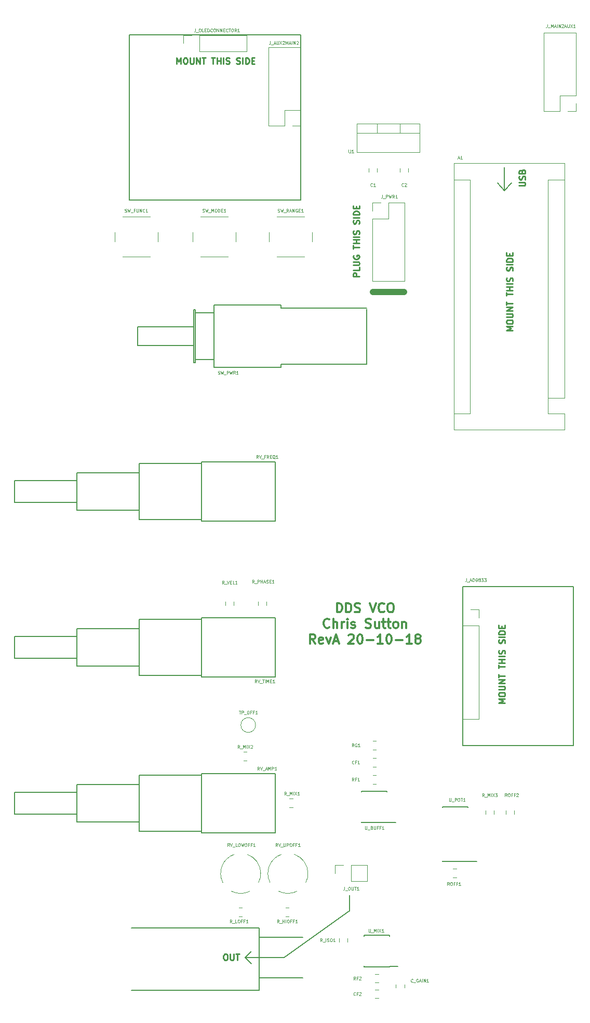
<source format=gbr>
G04 #@! TF.GenerationSoftware,KiCad,Pcbnew,(5.0.0)*
G04 #@! TF.CreationDate,2018-10-20T13:21:43+01:00*
G04 #@! TF.ProjectId,AD9833FunctionGenerator,41443938333346756E6374696F6E4765,rev?*
G04 #@! TF.SameCoordinates,Original*
G04 #@! TF.FileFunction,Legend,Top*
G04 #@! TF.FilePolarity,Positive*
%FSLAX46Y46*%
G04 Gerber Fmt 4.6, Leading zero omitted, Abs format (unit mm)*
G04 Created by KiCad (PCBNEW (5.0.0)) date 10/20/18 13:21:43*
%MOMM*%
%LPD*%
G01*
G04 APERTURE LIST*
%ADD10C,0.300000*%
%ADD11C,0.250000*%
%ADD12C,0.200000*%
%ADD13C,1.000000*%
%ADD14C,0.120000*%
%ADD15C,0.150000*%
%ADD16C,0.050000*%
G04 APERTURE END LIST*
D10*
X89372857Y-161958571D02*
X89372857Y-160458571D01*
X89730000Y-160458571D01*
X89944285Y-160530000D01*
X90087142Y-160672857D01*
X90158571Y-160815714D01*
X90230000Y-161101428D01*
X90230000Y-161315714D01*
X90158571Y-161601428D01*
X90087142Y-161744285D01*
X89944285Y-161887142D01*
X89730000Y-161958571D01*
X89372857Y-161958571D01*
X90872857Y-161958571D02*
X90872857Y-160458571D01*
X91230000Y-160458571D01*
X91444285Y-160530000D01*
X91587142Y-160672857D01*
X91658571Y-160815714D01*
X91730000Y-161101428D01*
X91730000Y-161315714D01*
X91658571Y-161601428D01*
X91587142Y-161744285D01*
X91444285Y-161887142D01*
X91230000Y-161958571D01*
X90872857Y-161958571D01*
X92301428Y-161887142D02*
X92515714Y-161958571D01*
X92872857Y-161958571D01*
X93015714Y-161887142D01*
X93087142Y-161815714D01*
X93158571Y-161672857D01*
X93158571Y-161530000D01*
X93087142Y-161387142D01*
X93015714Y-161315714D01*
X92872857Y-161244285D01*
X92587142Y-161172857D01*
X92444285Y-161101428D01*
X92372857Y-161030000D01*
X92301428Y-160887142D01*
X92301428Y-160744285D01*
X92372857Y-160601428D01*
X92444285Y-160530000D01*
X92587142Y-160458571D01*
X92944285Y-160458571D01*
X93158571Y-160530000D01*
X94730000Y-160458571D02*
X95230000Y-161958571D01*
X95730000Y-160458571D01*
X97087142Y-161815714D02*
X97015714Y-161887142D01*
X96801428Y-161958571D01*
X96658571Y-161958571D01*
X96444285Y-161887142D01*
X96301428Y-161744285D01*
X96230000Y-161601428D01*
X96158571Y-161315714D01*
X96158571Y-161101428D01*
X96230000Y-160815714D01*
X96301428Y-160672857D01*
X96444285Y-160530000D01*
X96658571Y-160458571D01*
X96801428Y-160458571D01*
X97015714Y-160530000D01*
X97087142Y-160601428D01*
X98015714Y-160458571D02*
X98301428Y-160458571D01*
X98444285Y-160530000D01*
X98587142Y-160672857D01*
X98658571Y-160958571D01*
X98658571Y-161458571D01*
X98587142Y-161744285D01*
X98444285Y-161887142D01*
X98301428Y-161958571D01*
X98015714Y-161958571D01*
X97872857Y-161887142D01*
X97730000Y-161744285D01*
X97658571Y-161458571D01*
X97658571Y-160958571D01*
X97730000Y-160672857D01*
X97872857Y-160530000D01*
X98015714Y-160458571D01*
X88158571Y-164365714D02*
X88087142Y-164437142D01*
X87872857Y-164508571D01*
X87730000Y-164508571D01*
X87515714Y-164437142D01*
X87372857Y-164294285D01*
X87301428Y-164151428D01*
X87230000Y-163865714D01*
X87230000Y-163651428D01*
X87301428Y-163365714D01*
X87372857Y-163222857D01*
X87515714Y-163080000D01*
X87730000Y-163008571D01*
X87872857Y-163008571D01*
X88087142Y-163080000D01*
X88158571Y-163151428D01*
X88801428Y-164508571D02*
X88801428Y-163008571D01*
X89444285Y-164508571D02*
X89444285Y-163722857D01*
X89372857Y-163580000D01*
X89230000Y-163508571D01*
X89015714Y-163508571D01*
X88872857Y-163580000D01*
X88801428Y-163651428D01*
X90158571Y-164508571D02*
X90158571Y-163508571D01*
X90158571Y-163794285D02*
X90230000Y-163651428D01*
X90301428Y-163580000D01*
X90444285Y-163508571D01*
X90587142Y-163508571D01*
X91087142Y-164508571D02*
X91087142Y-163508571D01*
X91087142Y-163008571D02*
X91015714Y-163080000D01*
X91087142Y-163151428D01*
X91158571Y-163080000D01*
X91087142Y-163008571D01*
X91087142Y-163151428D01*
X91730000Y-164437142D02*
X91872857Y-164508571D01*
X92158571Y-164508571D01*
X92301428Y-164437142D01*
X92372857Y-164294285D01*
X92372857Y-164222857D01*
X92301428Y-164080000D01*
X92158571Y-164008571D01*
X91944285Y-164008571D01*
X91801428Y-163937142D01*
X91730000Y-163794285D01*
X91730000Y-163722857D01*
X91801428Y-163580000D01*
X91944285Y-163508571D01*
X92158571Y-163508571D01*
X92301428Y-163580000D01*
X94087142Y-164437142D02*
X94301428Y-164508571D01*
X94658571Y-164508571D01*
X94801428Y-164437142D01*
X94872857Y-164365714D01*
X94944285Y-164222857D01*
X94944285Y-164080000D01*
X94872857Y-163937142D01*
X94801428Y-163865714D01*
X94658571Y-163794285D01*
X94372857Y-163722857D01*
X94230000Y-163651428D01*
X94158571Y-163580000D01*
X94087142Y-163437142D01*
X94087142Y-163294285D01*
X94158571Y-163151428D01*
X94230000Y-163080000D01*
X94372857Y-163008571D01*
X94730000Y-163008571D01*
X94944285Y-163080000D01*
X96230000Y-163508571D02*
X96230000Y-164508571D01*
X95587142Y-163508571D02*
X95587142Y-164294285D01*
X95658571Y-164437142D01*
X95801428Y-164508571D01*
X96015714Y-164508571D01*
X96158571Y-164437142D01*
X96230000Y-164365714D01*
X96730000Y-163508571D02*
X97301428Y-163508571D01*
X96944285Y-163008571D02*
X96944285Y-164294285D01*
X97015714Y-164437142D01*
X97158571Y-164508571D01*
X97301428Y-164508571D01*
X97587142Y-163508571D02*
X98158571Y-163508571D01*
X97801428Y-163008571D02*
X97801428Y-164294285D01*
X97872857Y-164437142D01*
X98015714Y-164508571D01*
X98158571Y-164508571D01*
X98872857Y-164508571D02*
X98730000Y-164437142D01*
X98658571Y-164365714D01*
X98587142Y-164222857D01*
X98587142Y-163794285D01*
X98658571Y-163651428D01*
X98730000Y-163580000D01*
X98872857Y-163508571D01*
X99087142Y-163508571D01*
X99230000Y-163580000D01*
X99301428Y-163651428D01*
X99372857Y-163794285D01*
X99372857Y-164222857D01*
X99301428Y-164365714D01*
X99230000Y-164437142D01*
X99087142Y-164508571D01*
X98872857Y-164508571D01*
X100015714Y-163508571D02*
X100015714Y-164508571D01*
X100015714Y-163651428D02*
X100087142Y-163580000D01*
X100230000Y-163508571D01*
X100444285Y-163508571D01*
X100587142Y-163580000D01*
X100658571Y-163722857D01*
X100658571Y-164508571D01*
X85872857Y-167058571D02*
X85372857Y-166344285D01*
X85015714Y-167058571D02*
X85015714Y-165558571D01*
X85587142Y-165558571D01*
X85730000Y-165630000D01*
X85801428Y-165701428D01*
X85872857Y-165844285D01*
X85872857Y-166058571D01*
X85801428Y-166201428D01*
X85730000Y-166272857D01*
X85587142Y-166344285D01*
X85015714Y-166344285D01*
X87087142Y-166987142D02*
X86944285Y-167058571D01*
X86658571Y-167058571D01*
X86515714Y-166987142D01*
X86444285Y-166844285D01*
X86444285Y-166272857D01*
X86515714Y-166130000D01*
X86658571Y-166058571D01*
X86944285Y-166058571D01*
X87087142Y-166130000D01*
X87158571Y-166272857D01*
X87158571Y-166415714D01*
X86444285Y-166558571D01*
X87658571Y-166058571D02*
X88015714Y-167058571D01*
X88372857Y-166058571D01*
X88872857Y-166630000D02*
X89587142Y-166630000D01*
X88730000Y-167058571D02*
X89230000Y-165558571D01*
X89730000Y-167058571D01*
X91301428Y-165701428D02*
X91372857Y-165630000D01*
X91515714Y-165558571D01*
X91872857Y-165558571D01*
X92015714Y-165630000D01*
X92087142Y-165701428D01*
X92158571Y-165844285D01*
X92158571Y-165987142D01*
X92087142Y-166201428D01*
X91230000Y-167058571D01*
X92158571Y-167058571D01*
X93087142Y-165558571D02*
X93230000Y-165558571D01*
X93372857Y-165630000D01*
X93444285Y-165701428D01*
X93515714Y-165844285D01*
X93587142Y-166130000D01*
X93587142Y-166487142D01*
X93515714Y-166772857D01*
X93444285Y-166915714D01*
X93372857Y-166987142D01*
X93230000Y-167058571D01*
X93087142Y-167058571D01*
X92944285Y-166987142D01*
X92872857Y-166915714D01*
X92801428Y-166772857D01*
X92730000Y-166487142D01*
X92730000Y-166130000D01*
X92801428Y-165844285D01*
X92872857Y-165701428D01*
X92944285Y-165630000D01*
X93087142Y-165558571D01*
X94230000Y-166487142D02*
X95372857Y-166487142D01*
X96872857Y-167058571D02*
X96015714Y-167058571D01*
X96444285Y-167058571D02*
X96444285Y-165558571D01*
X96301428Y-165772857D01*
X96158571Y-165915714D01*
X96015714Y-165987142D01*
X97801428Y-165558571D02*
X97944285Y-165558571D01*
X98087142Y-165630000D01*
X98158571Y-165701428D01*
X98230000Y-165844285D01*
X98301428Y-166130000D01*
X98301428Y-166487142D01*
X98230000Y-166772857D01*
X98158571Y-166915714D01*
X98087142Y-166987142D01*
X97944285Y-167058571D01*
X97801428Y-167058571D01*
X97658571Y-166987142D01*
X97587142Y-166915714D01*
X97515714Y-166772857D01*
X97444285Y-166487142D01*
X97444285Y-166130000D01*
X97515714Y-165844285D01*
X97587142Y-165701428D01*
X97658571Y-165630000D01*
X97801428Y-165558571D01*
X98944285Y-166487142D02*
X100087142Y-166487142D01*
X101587142Y-167058571D02*
X100730000Y-167058571D01*
X101158571Y-167058571D02*
X101158571Y-165558571D01*
X101015714Y-165772857D01*
X100872857Y-165915714D01*
X100730000Y-165987142D01*
X102444285Y-166201428D02*
X102301428Y-166130000D01*
X102230000Y-166058571D01*
X102158571Y-165915714D01*
X102158571Y-165844285D01*
X102230000Y-165701428D01*
X102301428Y-165630000D01*
X102444285Y-165558571D01*
X102730000Y-165558571D01*
X102872857Y-165630000D01*
X102944285Y-165701428D01*
X103015714Y-165844285D01*
X103015714Y-165915714D01*
X102944285Y-166058571D01*
X102872857Y-166130000D01*
X102730000Y-166201428D01*
X102444285Y-166201428D01*
X102301428Y-166272857D01*
X102230000Y-166344285D01*
X102158571Y-166487142D01*
X102158571Y-166772857D01*
X102230000Y-166915714D01*
X102301428Y-166987142D01*
X102444285Y-167058571D01*
X102730000Y-167058571D01*
X102872857Y-166987142D01*
X102944285Y-166915714D01*
X103015714Y-166772857D01*
X103015714Y-166487142D01*
X102944285Y-166344285D01*
X102872857Y-166272857D01*
X102730000Y-166201428D01*
D11*
X71136000Y-217638380D02*
X71326476Y-217638380D01*
X71421714Y-217686000D01*
X71516952Y-217781238D01*
X71564571Y-217971714D01*
X71564571Y-218305047D01*
X71516952Y-218495523D01*
X71421714Y-218590761D01*
X71326476Y-218638380D01*
X71136000Y-218638380D01*
X71040761Y-218590761D01*
X70945523Y-218495523D01*
X70897904Y-218305047D01*
X70897904Y-217971714D01*
X70945523Y-217781238D01*
X71040761Y-217686000D01*
X71136000Y-217638380D01*
X71993142Y-217638380D02*
X71993142Y-218447904D01*
X72040761Y-218543142D01*
X72088380Y-218590761D01*
X72183619Y-218638380D01*
X72374095Y-218638380D01*
X72469333Y-218590761D01*
X72516952Y-218543142D01*
X72564571Y-218447904D01*
X72564571Y-217638380D01*
X72897904Y-217638380D02*
X73469333Y-217638380D01*
X73183619Y-218638380D02*
X73183619Y-217638380D01*
D12*
X74422000Y-218186000D02*
X75438000Y-219202000D01*
X74422000Y-218186000D02*
X75438000Y-217170000D01*
X80772000Y-218186000D02*
X74422000Y-218186000D01*
X91440000Y-210566000D02*
X80772000Y-218186000D01*
X91440000Y-208026000D02*
X91440000Y-210566000D01*
D11*
X63262666Y-72588380D02*
X63262666Y-71588380D01*
X63596000Y-72302666D01*
X63929333Y-71588380D01*
X63929333Y-72588380D01*
X64596000Y-71588380D02*
X64786476Y-71588380D01*
X64881714Y-71636000D01*
X64976952Y-71731238D01*
X65024571Y-71921714D01*
X65024571Y-72255047D01*
X64976952Y-72445523D01*
X64881714Y-72540761D01*
X64786476Y-72588380D01*
X64596000Y-72588380D01*
X64500761Y-72540761D01*
X64405523Y-72445523D01*
X64357904Y-72255047D01*
X64357904Y-71921714D01*
X64405523Y-71731238D01*
X64500761Y-71636000D01*
X64596000Y-71588380D01*
X65453142Y-71588380D02*
X65453142Y-72397904D01*
X65500761Y-72493142D01*
X65548380Y-72540761D01*
X65643619Y-72588380D01*
X65834095Y-72588380D01*
X65929333Y-72540761D01*
X65976952Y-72493142D01*
X66024571Y-72397904D01*
X66024571Y-71588380D01*
X66500761Y-72588380D02*
X66500761Y-71588380D01*
X67072190Y-72588380D01*
X67072190Y-71588380D01*
X67405523Y-71588380D02*
X67976952Y-71588380D01*
X67691238Y-72588380D02*
X67691238Y-71588380D01*
X68929333Y-71588380D02*
X69500761Y-71588380D01*
X69215047Y-72588380D02*
X69215047Y-71588380D01*
X69834095Y-72588380D02*
X69834095Y-71588380D01*
X69834095Y-72064571D02*
X70405523Y-72064571D01*
X70405523Y-72588380D02*
X70405523Y-71588380D01*
X70881714Y-72588380D02*
X70881714Y-71588380D01*
X71310285Y-72540761D02*
X71453142Y-72588380D01*
X71691238Y-72588380D01*
X71786476Y-72540761D01*
X71834095Y-72493142D01*
X71881714Y-72397904D01*
X71881714Y-72302666D01*
X71834095Y-72207428D01*
X71786476Y-72159809D01*
X71691238Y-72112190D01*
X71500761Y-72064571D01*
X71405523Y-72016952D01*
X71357904Y-71969333D01*
X71310285Y-71874095D01*
X71310285Y-71778857D01*
X71357904Y-71683619D01*
X71405523Y-71636000D01*
X71500761Y-71588380D01*
X71738857Y-71588380D01*
X71881714Y-71636000D01*
X73024571Y-72540761D02*
X73167428Y-72588380D01*
X73405523Y-72588380D01*
X73500761Y-72540761D01*
X73548380Y-72493142D01*
X73596000Y-72397904D01*
X73596000Y-72302666D01*
X73548380Y-72207428D01*
X73500761Y-72159809D01*
X73405523Y-72112190D01*
X73215047Y-72064571D01*
X73119809Y-72016952D01*
X73072190Y-71969333D01*
X73024571Y-71874095D01*
X73024571Y-71778857D01*
X73072190Y-71683619D01*
X73119809Y-71636000D01*
X73215047Y-71588380D01*
X73453142Y-71588380D01*
X73596000Y-71636000D01*
X74024571Y-72588380D02*
X74024571Y-71588380D01*
X74500761Y-72588380D02*
X74500761Y-71588380D01*
X74738857Y-71588380D01*
X74881714Y-71636000D01*
X74976952Y-71731238D01*
X75024571Y-71826476D01*
X75072190Y-72016952D01*
X75072190Y-72159809D01*
X75024571Y-72350285D01*
X74976952Y-72445523D01*
X74881714Y-72540761D01*
X74738857Y-72588380D01*
X74500761Y-72588380D01*
X75500761Y-72064571D02*
X75834095Y-72064571D01*
X75976952Y-72588380D02*
X75500761Y-72588380D01*
X75500761Y-71588380D01*
X75976952Y-71588380D01*
X93035380Y-107211095D02*
X92035380Y-107211095D01*
X92035380Y-106830142D01*
X92083000Y-106734904D01*
X92130619Y-106687285D01*
X92225857Y-106639666D01*
X92368714Y-106639666D01*
X92463952Y-106687285D01*
X92511571Y-106734904D01*
X92559190Y-106830142D01*
X92559190Y-107211095D01*
X93035380Y-105734904D02*
X93035380Y-106211095D01*
X92035380Y-106211095D01*
X92035380Y-105401571D02*
X92844904Y-105401571D01*
X92940142Y-105353952D01*
X92987761Y-105306333D01*
X93035380Y-105211095D01*
X93035380Y-105020619D01*
X92987761Y-104925380D01*
X92940142Y-104877761D01*
X92844904Y-104830142D01*
X92035380Y-104830142D01*
X92083000Y-103830142D02*
X92035380Y-103925380D01*
X92035380Y-104068238D01*
X92083000Y-104211095D01*
X92178238Y-104306333D01*
X92273476Y-104353952D01*
X92463952Y-104401571D01*
X92606809Y-104401571D01*
X92797285Y-104353952D01*
X92892523Y-104306333D01*
X92987761Y-104211095D01*
X93035380Y-104068238D01*
X93035380Y-103973000D01*
X92987761Y-103830142D01*
X92940142Y-103782523D01*
X92606809Y-103782523D01*
X92606809Y-103973000D01*
X92035380Y-102734904D02*
X92035380Y-102163476D01*
X93035380Y-102449190D02*
X92035380Y-102449190D01*
X93035380Y-101830142D02*
X92035380Y-101830142D01*
X92511571Y-101830142D02*
X92511571Y-101258714D01*
X93035380Y-101258714D02*
X92035380Y-101258714D01*
X93035380Y-100782523D02*
X92035380Y-100782523D01*
X92987761Y-100353952D02*
X93035380Y-100211095D01*
X93035380Y-99973000D01*
X92987761Y-99877761D01*
X92940142Y-99830142D01*
X92844904Y-99782523D01*
X92749666Y-99782523D01*
X92654428Y-99830142D01*
X92606809Y-99877761D01*
X92559190Y-99973000D01*
X92511571Y-100163476D01*
X92463952Y-100258714D01*
X92416333Y-100306333D01*
X92321095Y-100353952D01*
X92225857Y-100353952D01*
X92130619Y-100306333D01*
X92083000Y-100258714D01*
X92035380Y-100163476D01*
X92035380Y-99925380D01*
X92083000Y-99782523D01*
X92987761Y-98639666D02*
X93035380Y-98496809D01*
X93035380Y-98258714D01*
X92987761Y-98163476D01*
X92940142Y-98115857D01*
X92844904Y-98068238D01*
X92749666Y-98068238D01*
X92654428Y-98115857D01*
X92606809Y-98163476D01*
X92559190Y-98258714D01*
X92511571Y-98449190D01*
X92463952Y-98544428D01*
X92416333Y-98592047D01*
X92321095Y-98639666D01*
X92225857Y-98639666D01*
X92130619Y-98592047D01*
X92083000Y-98544428D01*
X92035380Y-98449190D01*
X92035380Y-98211095D01*
X92083000Y-98068238D01*
X93035380Y-97639666D02*
X92035380Y-97639666D01*
X93035380Y-97163476D02*
X92035380Y-97163476D01*
X92035380Y-96925380D01*
X92083000Y-96782523D01*
X92178238Y-96687285D01*
X92273476Y-96639666D01*
X92463952Y-96592047D01*
X92606809Y-96592047D01*
X92797285Y-96639666D01*
X92892523Y-96687285D01*
X92987761Y-96782523D01*
X93035380Y-96925380D01*
X93035380Y-97163476D01*
X92511571Y-96163476D02*
X92511571Y-95830142D01*
X93035380Y-95687285D02*
X93035380Y-96163476D01*
X92035380Y-96163476D01*
X92035380Y-95687285D01*
D12*
X83820000Y-221488000D02*
X76708000Y-221488000D01*
X76708000Y-214884000D02*
X83820000Y-214884000D01*
X76708000Y-223520000D02*
X55880000Y-223520000D01*
X76708000Y-213360000D02*
X76708000Y-223520000D01*
X55880000Y-213360000D02*
X76708000Y-213360000D01*
X109924407Y-183649772D02*
X127958407Y-183649772D01*
D11*
X116784380Y-176767333D02*
X115784380Y-176767333D01*
X116498666Y-176434000D01*
X115784380Y-176100666D01*
X116784380Y-176100666D01*
X115784380Y-175434000D02*
X115784380Y-175243523D01*
X115832000Y-175148285D01*
X115927238Y-175053047D01*
X116117714Y-175005428D01*
X116451047Y-175005428D01*
X116641523Y-175053047D01*
X116736761Y-175148285D01*
X116784380Y-175243523D01*
X116784380Y-175434000D01*
X116736761Y-175529238D01*
X116641523Y-175624476D01*
X116451047Y-175672095D01*
X116117714Y-175672095D01*
X115927238Y-175624476D01*
X115832000Y-175529238D01*
X115784380Y-175434000D01*
X115784380Y-174576857D02*
X116593904Y-174576857D01*
X116689142Y-174529238D01*
X116736761Y-174481619D01*
X116784380Y-174386380D01*
X116784380Y-174195904D01*
X116736761Y-174100666D01*
X116689142Y-174053047D01*
X116593904Y-174005428D01*
X115784380Y-174005428D01*
X116784380Y-173529238D02*
X115784380Y-173529238D01*
X116784380Y-172957809D01*
X115784380Y-172957809D01*
X115784380Y-172624476D02*
X115784380Y-172053047D01*
X116784380Y-172338761D02*
X115784380Y-172338761D01*
X115784380Y-171100666D02*
X115784380Y-170529238D01*
X116784380Y-170814952D02*
X115784380Y-170814952D01*
X116784380Y-170195904D02*
X115784380Y-170195904D01*
X116260571Y-170195904D02*
X116260571Y-169624476D01*
X116784380Y-169624476D02*
X115784380Y-169624476D01*
X116784380Y-169148285D02*
X115784380Y-169148285D01*
X116736761Y-168719714D02*
X116784380Y-168576857D01*
X116784380Y-168338761D01*
X116736761Y-168243523D01*
X116689142Y-168195904D01*
X116593904Y-168148285D01*
X116498666Y-168148285D01*
X116403428Y-168195904D01*
X116355809Y-168243523D01*
X116308190Y-168338761D01*
X116260571Y-168529238D01*
X116212952Y-168624476D01*
X116165333Y-168672095D01*
X116070095Y-168719714D01*
X115974857Y-168719714D01*
X115879619Y-168672095D01*
X115832000Y-168624476D01*
X115784380Y-168529238D01*
X115784380Y-168291142D01*
X115832000Y-168148285D01*
X116736761Y-167005428D02*
X116784380Y-166862571D01*
X116784380Y-166624476D01*
X116736761Y-166529238D01*
X116689142Y-166481619D01*
X116593904Y-166434000D01*
X116498666Y-166434000D01*
X116403428Y-166481619D01*
X116355809Y-166529238D01*
X116308190Y-166624476D01*
X116260571Y-166814952D01*
X116212952Y-166910190D01*
X116165333Y-166957809D01*
X116070095Y-167005428D01*
X115974857Y-167005428D01*
X115879619Y-166957809D01*
X115832000Y-166910190D01*
X115784380Y-166814952D01*
X115784380Y-166576857D01*
X115832000Y-166434000D01*
X116784380Y-166005428D02*
X115784380Y-166005428D01*
X116784380Y-165529238D02*
X115784380Y-165529238D01*
X115784380Y-165291142D01*
X115832000Y-165148285D01*
X115927238Y-165053047D01*
X116022476Y-165005428D01*
X116212952Y-164957809D01*
X116355809Y-164957809D01*
X116546285Y-165005428D01*
X116641523Y-165053047D01*
X116736761Y-165148285D01*
X116784380Y-165291142D01*
X116784380Y-165529238D01*
X116260571Y-164529238D02*
X116260571Y-164195904D01*
X116784380Y-164053047D02*
X116784380Y-164529238D01*
X115784380Y-164529238D01*
X115784380Y-164053047D01*
D12*
X116713000Y-93218000D02*
X117856000Y-91948000D01*
X116713000Y-93218000D02*
X115570000Y-91948000D01*
X116713000Y-89408000D02*
X116713000Y-93218000D01*
D11*
X119086380Y-92447904D02*
X119895904Y-92447904D01*
X119991142Y-92400285D01*
X120038761Y-92352666D01*
X120086380Y-92257428D01*
X120086380Y-92066952D01*
X120038761Y-91971714D01*
X119991142Y-91924095D01*
X119895904Y-91876476D01*
X119086380Y-91876476D01*
X120038761Y-91447904D02*
X120086380Y-91305047D01*
X120086380Y-91066952D01*
X120038761Y-90971714D01*
X119991142Y-90924095D01*
X119895904Y-90876476D01*
X119800666Y-90876476D01*
X119705428Y-90924095D01*
X119657809Y-90971714D01*
X119610190Y-91066952D01*
X119562571Y-91257428D01*
X119514952Y-91352666D01*
X119467333Y-91400285D01*
X119372095Y-91447904D01*
X119276857Y-91447904D01*
X119181619Y-91400285D01*
X119134000Y-91352666D01*
X119086380Y-91257428D01*
X119086380Y-91019333D01*
X119134000Y-90876476D01*
X119562571Y-90114571D02*
X119610190Y-89971714D01*
X119657809Y-89924095D01*
X119753047Y-89876476D01*
X119895904Y-89876476D01*
X119991142Y-89924095D01*
X120038761Y-89971714D01*
X120086380Y-90066952D01*
X120086380Y-90447904D01*
X119086380Y-90447904D01*
X119086380Y-90114571D01*
X119134000Y-90019333D01*
X119181619Y-89971714D01*
X119276857Y-89924095D01*
X119372095Y-89924095D01*
X119467333Y-89971714D01*
X119514952Y-90019333D01*
X119562571Y-90114571D01*
X119562571Y-90447904D01*
X118054380Y-116061333D02*
X117054380Y-116061333D01*
X117768666Y-115728000D01*
X117054380Y-115394666D01*
X118054380Y-115394666D01*
X117054380Y-114728000D02*
X117054380Y-114537523D01*
X117102000Y-114442285D01*
X117197238Y-114347047D01*
X117387714Y-114299428D01*
X117721047Y-114299428D01*
X117911523Y-114347047D01*
X118006761Y-114442285D01*
X118054380Y-114537523D01*
X118054380Y-114728000D01*
X118006761Y-114823238D01*
X117911523Y-114918476D01*
X117721047Y-114966095D01*
X117387714Y-114966095D01*
X117197238Y-114918476D01*
X117102000Y-114823238D01*
X117054380Y-114728000D01*
X117054380Y-113870857D02*
X117863904Y-113870857D01*
X117959142Y-113823238D01*
X118006761Y-113775619D01*
X118054380Y-113680380D01*
X118054380Y-113489904D01*
X118006761Y-113394666D01*
X117959142Y-113347047D01*
X117863904Y-113299428D01*
X117054380Y-113299428D01*
X118054380Y-112823238D02*
X117054380Y-112823238D01*
X118054380Y-112251809D01*
X117054380Y-112251809D01*
X117054380Y-111918476D02*
X117054380Y-111347047D01*
X118054380Y-111632761D02*
X117054380Y-111632761D01*
X117054380Y-110394666D02*
X117054380Y-109823238D01*
X118054380Y-110108952D02*
X117054380Y-110108952D01*
X118054380Y-109489904D02*
X117054380Y-109489904D01*
X117530571Y-109489904D02*
X117530571Y-108918476D01*
X118054380Y-108918476D02*
X117054380Y-108918476D01*
X118054380Y-108442285D02*
X117054380Y-108442285D01*
X118006761Y-108013714D02*
X118054380Y-107870857D01*
X118054380Y-107632761D01*
X118006761Y-107537523D01*
X117959142Y-107489904D01*
X117863904Y-107442285D01*
X117768666Y-107442285D01*
X117673428Y-107489904D01*
X117625809Y-107537523D01*
X117578190Y-107632761D01*
X117530571Y-107823238D01*
X117482952Y-107918476D01*
X117435333Y-107966095D01*
X117340095Y-108013714D01*
X117244857Y-108013714D01*
X117149619Y-107966095D01*
X117102000Y-107918476D01*
X117054380Y-107823238D01*
X117054380Y-107585142D01*
X117102000Y-107442285D01*
X118006761Y-106299428D02*
X118054380Y-106156571D01*
X118054380Y-105918476D01*
X118006761Y-105823238D01*
X117959142Y-105775619D01*
X117863904Y-105728000D01*
X117768666Y-105728000D01*
X117673428Y-105775619D01*
X117625809Y-105823238D01*
X117578190Y-105918476D01*
X117530571Y-106108952D01*
X117482952Y-106204190D01*
X117435333Y-106251809D01*
X117340095Y-106299428D01*
X117244857Y-106299428D01*
X117149619Y-106251809D01*
X117102000Y-106204190D01*
X117054380Y-106108952D01*
X117054380Y-105870857D01*
X117102000Y-105728000D01*
X118054380Y-105299428D02*
X117054380Y-105299428D01*
X118054380Y-104823238D02*
X117054380Y-104823238D01*
X117054380Y-104585142D01*
X117102000Y-104442285D01*
X117197238Y-104347047D01*
X117292476Y-104299428D01*
X117482952Y-104251809D01*
X117625809Y-104251809D01*
X117816285Y-104299428D01*
X117911523Y-104347047D01*
X118006761Y-104442285D01*
X118054380Y-104585142D01*
X118054380Y-104823238D01*
X117530571Y-103823238D02*
X117530571Y-103489904D01*
X118054380Y-103347047D02*
X118054380Y-103823238D01*
X117054380Y-103823238D01*
X117054380Y-103347047D01*
D13*
X95250000Y-109728000D02*
X100330000Y-109728000D01*
D12*
X109924407Y-157741772D02*
X109924407Y-183649772D01*
X127958407Y-157741772D02*
X109924407Y-157741772D01*
X127958407Y-183649772D02*
X127958407Y-157741772D01*
X55511629Y-67828464D02*
X55511629Y-94752464D01*
X83451629Y-67828464D02*
X55511629Y-67828464D01*
X83451629Y-94752464D02*
X83451629Y-67828464D01*
X55511629Y-94752464D02*
X83451629Y-94752464D01*
D14*
G04 #@! TO.C,RV_UPOFF1*
X84670075Y-204453137D02*
G75*
G02X84314000Y-205995000I-3270075J-56863D01*
G01*
X82885202Y-207423387D02*
G75*
G02X79916000Y-207424000I-1485202J2913387D01*
G01*
X78486171Y-205993968D02*
G75*
G02X80336000Y-201418000I2913829J1483968D01*
G01*
X82464608Y-201418154D02*
G75*
G02X84670000Y-204510000I-1064608J-3091846D01*
G01*
G04 #@! TO.C,A1*
X108455000Y-132210000D02*
X126495000Y-132210000D01*
X108455000Y-88770000D02*
X108455000Y-132210000D01*
X126495000Y-88770000D02*
X108455000Y-88770000D01*
X123825000Y-91440000D02*
X126495000Y-91440000D01*
X123825000Y-127000000D02*
X123825000Y-91440000D01*
X123825000Y-127000000D02*
X126495000Y-127000000D01*
X111125000Y-91440000D02*
X108455000Y-91440000D01*
X111125000Y-129540000D02*
X111125000Y-91440000D01*
X111125000Y-129540000D02*
X108455000Y-129540000D01*
X126495000Y-132210000D02*
X126495000Y-129540000D01*
X126495000Y-127000000D02*
X126495000Y-88770000D01*
X123825000Y-129540000D02*
X126495000Y-129540000D01*
X123825000Y-127000000D02*
X123825000Y-129540000D01*
D15*
G04 #@! TO.C,RV_FREQ1*
X67310000Y-147066000D02*
X67310000Y-137414000D01*
X67310000Y-137414000D02*
X79375000Y-137414000D01*
X79375000Y-137414000D02*
X79375000Y-147066000D01*
X79375000Y-147066000D02*
X67310000Y-147066000D01*
X67310000Y-146812000D02*
X57150000Y-146812000D01*
X57150000Y-146812000D02*
X57150000Y-137668000D01*
X57150000Y-137668000D02*
X67310000Y-137668000D01*
X57150000Y-145288000D02*
X46990000Y-145288000D01*
X46990000Y-145288000D02*
X46990000Y-139192000D01*
X46990000Y-139192000D02*
X57150000Y-139192000D01*
X46990000Y-144018000D02*
X36830000Y-144018000D01*
X36830000Y-144018000D02*
X36830000Y-140462000D01*
X36830000Y-140462000D02*
X46990000Y-140462000D01*
D14*
G04 #@! TO.C,RG1*
X95242748Y-182932000D02*
X95765252Y-182932000D01*
X95242748Y-184352000D02*
X95765252Y-184352000D01*
G04 #@! TO.C,RF1*
X95242748Y-189940000D02*
X95765252Y-189940000D01*
X95242748Y-188520000D02*
X95765252Y-188520000D01*
D15*
G04 #@! TO.C,SW_PWR1*
X80264000Y-111887000D02*
X69342000Y-111887000D01*
X69342000Y-111887000D02*
X69342000Y-122047000D01*
X69342000Y-122047000D02*
X80264000Y-122047000D01*
X80264000Y-121539000D02*
X94234000Y-121539000D01*
X94234000Y-121412000D02*
X94234000Y-112522000D01*
X94234000Y-112395000D02*
X80264000Y-112395000D01*
X80264000Y-112395000D02*
X80264000Y-111887000D01*
X80264000Y-121539000D02*
X80264000Y-122047000D01*
X69342000Y-120777000D02*
X66294000Y-120777000D01*
X66294000Y-121285000D02*
X66294000Y-112649000D01*
X66294000Y-113157000D02*
X69342000Y-113157000D01*
X66040000Y-115443000D02*
X56896000Y-115443000D01*
X66040000Y-118491000D02*
X56896000Y-118491000D01*
X56896000Y-115443000D02*
X56896000Y-118491000D01*
X66040000Y-121285000D02*
X66040000Y-112649000D01*
X66040000Y-112649000D02*
X66294000Y-112649000D01*
X66294000Y-121285000D02*
X66040000Y-121285000D01*
D14*
G04 #@! TO.C,J_OUT1*
X91694000Y-205800000D02*
X91694000Y-203140000D01*
X91694000Y-205800000D02*
X94294000Y-205800000D01*
X94294000Y-205800000D02*
X94294000Y-203140000D01*
X91694000Y-203140000D02*
X94294000Y-203140000D01*
X89094000Y-203140000D02*
X90424000Y-203140000D01*
X89094000Y-204470000D02*
X89094000Y-203140000D01*
G04 #@! TO.C,J_PWR1*
X95190000Y-108010000D02*
X100390000Y-108010000D01*
X95190000Y-97790000D02*
X95190000Y-108010000D01*
X100390000Y-95190000D02*
X100390000Y-108010000D01*
X95190000Y-97790000D02*
X97790000Y-97790000D01*
X97790000Y-97790000D02*
X97790000Y-95190000D01*
X97790000Y-95190000D02*
X100390000Y-95190000D01*
X95190000Y-96520000D02*
X95190000Y-95190000D01*
X95190000Y-95190000D02*
X96520000Y-95190000D01*
D15*
G04 #@! TO.C,U_POT1*
X110787000Y-202570000D02*
X110787000Y-202545000D01*
X106637000Y-202570000D02*
X106637000Y-202455000D01*
X106637000Y-193670000D02*
X106637000Y-193785000D01*
X110787000Y-193670000D02*
X110787000Y-193785000D01*
X110787000Y-202570000D02*
X106637000Y-202570000D01*
X110787000Y-193670000D02*
X106637000Y-193670000D01*
X110787000Y-202545000D02*
X112162000Y-202545000D01*
D14*
G04 #@! TO.C,R_LOFF1*
X73398748Y-210110000D02*
X73921252Y-210110000D01*
X73398748Y-211530000D02*
X73921252Y-211530000D01*
G04 #@! TO.C,C1*
X95960000Y-89654748D02*
X95960000Y-90177252D01*
X94540000Y-89654748D02*
X94540000Y-90177252D01*
G04 #@! TO.C,C2*
X99620000Y-89654748D02*
X99620000Y-90177252D01*
X101040000Y-89654748D02*
X101040000Y-90177252D01*
G04 #@! TO.C,J_AD9833*
X111194407Y-161491772D02*
X112524407Y-161491772D01*
X112524407Y-161491772D02*
X112524407Y-162821772D01*
X112524407Y-164091772D02*
X112524407Y-179391772D01*
X109864407Y-179391772D02*
X112524407Y-179391772D01*
X109864407Y-164091772D02*
X109864407Y-179391772D01*
X109864407Y-164091772D02*
X112524407Y-164091772D01*
G04 #@! TO.C,J_AUX2MAIN2*
X83445681Y-69880698D02*
X78245681Y-69880698D01*
X83445681Y-80100698D02*
X83445681Y-69880698D01*
X78245681Y-82700698D02*
X78245681Y-69880698D01*
X83445681Y-80100698D02*
X80845681Y-80100698D01*
X80845681Y-80100698D02*
X80845681Y-82700698D01*
X80845681Y-82700698D02*
X78245681Y-82700698D01*
X83445681Y-81370698D02*
X83445681Y-82700698D01*
X83445681Y-82700698D02*
X82115681Y-82700698D01*
G04 #@! TO.C,J_MAIN2AUX1*
X128330000Y-67504000D02*
X123130000Y-67504000D01*
X128330000Y-77724000D02*
X128330000Y-67504000D01*
X123130000Y-80324000D02*
X123130000Y-67504000D01*
X128330000Y-77724000D02*
X125730000Y-77724000D01*
X125730000Y-77724000D02*
X125730000Y-80324000D01*
X125730000Y-80324000D02*
X123130000Y-80324000D01*
X128330000Y-78994000D02*
X128330000Y-80324000D01*
X128330000Y-80324000D02*
X127000000Y-80324000D01*
G04 #@! TO.C,J_OLEDCONNECTOR1*
X66979646Y-70586447D02*
X66979646Y-67926447D01*
X66979646Y-70586447D02*
X74659646Y-70586447D01*
X74659646Y-70586447D02*
X74659646Y-67926447D01*
X66979646Y-67926447D02*
X74659646Y-67926447D01*
X64379646Y-67926447D02*
X65709646Y-67926447D01*
X64379646Y-69256447D02*
X64379646Y-67926447D01*
G04 #@! TO.C,R_ISO1*
X89714000Y-215130748D02*
X89714000Y-215653252D01*
X91134000Y-215130748D02*
X91134000Y-215653252D01*
G04 #@! TO.C,R_MIX1*
X82176252Y-193750000D02*
X81653748Y-193750000D01*
X82176252Y-192330000D02*
X81653748Y-192330000D01*
G04 #@! TO.C,R_MIX2*
X74160748Y-186130000D02*
X74683252Y-186130000D01*
X74160748Y-184710000D02*
X74683252Y-184710000D01*
G04 #@! TO.C,R_VEL1*
X72592000Y-160266748D02*
X72592000Y-160789252D01*
X71172000Y-160266748D02*
X71172000Y-160789252D01*
G04 #@! TO.C,SW_FUNC1*
X60163681Y-101515698D02*
X60163681Y-100015698D01*
X58913681Y-97515698D02*
X54413681Y-97515698D01*
X53163681Y-100015698D02*
X53163681Y-101515698D01*
X54413681Y-104015698D02*
X58913681Y-104015698D01*
G04 #@! TO.C,SW_MODE1*
X67113681Y-104015698D02*
X71613681Y-104015698D01*
X65863681Y-100015698D02*
X65863681Y-101515698D01*
X71613681Y-97515698D02*
X67113681Y-97515698D01*
X72863681Y-101515698D02*
X72863681Y-100015698D01*
G04 #@! TO.C,SW_RANGE1*
X79559681Y-104015698D02*
X84059681Y-104015698D01*
X78309681Y-100015698D02*
X78309681Y-101515698D01*
X84059681Y-97515698D02*
X79559681Y-97515698D01*
X85309681Y-101515698D02*
X85309681Y-100015698D01*
G04 #@! TO.C,U1*
X92670000Y-82328000D02*
X102910000Y-82328000D01*
X92670000Y-86969000D02*
X102910000Y-86969000D01*
X92670000Y-82328000D02*
X92670000Y-86969000D01*
X102910000Y-82328000D02*
X102910000Y-86969000D01*
X92670000Y-83838000D02*
X102910000Y-83838000D01*
X95940000Y-82328000D02*
X95940000Y-83838000D01*
X99641000Y-82328000D02*
X99641000Y-83838000D01*
G04 #@! TO.C,C_GAIN1*
X100405000Y-222623748D02*
X100405000Y-223146252D01*
X98985000Y-222623748D02*
X98985000Y-223146252D01*
G04 #@! TO.C,R_HIOFF1*
X81541252Y-210110000D02*
X81018748Y-210110000D01*
X81541252Y-211530000D02*
X81018748Y-211530000D01*
G04 #@! TO.C,TP_OFF1*
X76130000Y-180340000D02*
G75*
G03X76130000Y-180340000I-1200000J0D01*
G01*
G04 #@! TO.C,R_MIX3*
X113590000Y-194825252D02*
X113590000Y-194302748D01*
X115010000Y-194825252D02*
X115010000Y-194302748D01*
G04 #@! TO.C,RF2*
X95623748Y-220905000D02*
X96146252Y-220905000D01*
X95623748Y-222325000D02*
X96146252Y-222325000D01*
G04 #@! TO.C,ROFF1*
X108846252Y-203760000D02*
X108323748Y-203760000D01*
X108846252Y-205180000D02*
X108323748Y-205180000D01*
G04 #@! TO.C,ROFF2*
X116892000Y-194302748D02*
X116892000Y-194825252D01*
X118312000Y-194302748D02*
X118312000Y-194825252D01*
G04 #@! TO.C,CF2*
X95623748Y-223445000D02*
X96146252Y-223445000D01*
X95623748Y-224865000D02*
X96146252Y-224865000D01*
D15*
G04 #@! TO.C,U_BUFF1*
X97579000Y-196200000D02*
X98979000Y-196200000D01*
X97579000Y-191100000D02*
X93429000Y-191100000D01*
X97579000Y-196250000D02*
X93429000Y-196250000D01*
X97579000Y-191100000D02*
X97579000Y-191245000D01*
X93429000Y-191100000D02*
X93429000Y-191245000D01*
X93429000Y-196250000D02*
X93429000Y-196105000D01*
X97579000Y-196250000D02*
X97579000Y-196200000D01*
G04 #@! TO.C,U_MIX1*
X97960000Y-219745000D02*
X97960000Y-219695000D01*
X93810000Y-219745000D02*
X93810000Y-219600000D01*
X93810000Y-214595000D02*
X93810000Y-214740000D01*
X97960000Y-214595000D02*
X97960000Y-214740000D01*
X97960000Y-219745000D02*
X93810000Y-219745000D01*
X97960000Y-214595000D02*
X93810000Y-214595000D01*
X97960000Y-219695000D02*
X99360000Y-219695000D01*
D14*
G04 #@! TO.C,R_PHASE1*
X77926000Y-160266748D02*
X77926000Y-160789252D01*
X76506000Y-160266748D02*
X76506000Y-160789252D01*
D15*
G04 #@! TO.C,RV_AMP1*
X67310000Y-197866000D02*
X67310000Y-188214000D01*
X67310000Y-188214000D02*
X79375000Y-188214000D01*
X79375000Y-188214000D02*
X79375000Y-197866000D01*
X79375000Y-197866000D02*
X67310000Y-197866000D01*
X67310000Y-197612000D02*
X57150000Y-197612000D01*
X57150000Y-197612000D02*
X57150000Y-188468000D01*
X57150000Y-188468000D02*
X67310000Y-188468000D01*
X57150000Y-196088000D02*
X46990000Y-196088000D01*
X46990000Y-196088000D02*
X46990000Y-189992000D01*
X46990000Y-189992000D02*
X57150000Y-189992000D01*
X46990000Y-194818000D02*
X36830000Y-194818000D01*
X36830000Y-194818000D02*
X36830000Y-191262000D01*
X36830000Y-191262000D02*
X46990000Y-191262000D01*
G04 #@! TO.C,RV_TIME1*
X36830000Y-165862000D02*
X46990000Y-165862000D01*
X36830000Y-169418000D02*
X36830000Y-165862000D01*
X46990000Y-169418000D02*
X36830000Y-169418000D01*
X46990000Y-164592000D02*
X57150000Y-164592000D01*
X46990000Y-170688000D02*
X46990000Y-164592000D01*
X57150000Y-170688000D02*
X46990000Y-170688000D01*
X57150000Y-163068000D02*
X67310000Y-163068000D01*
X57150000Y-172212000D02*
X57150000Y-163068000D01*
X67310000Y-172212000D02*
X57150000Y-172212000D01*
X79375000Y-172466000D02*
X67310000Y-172466000D01*
X79375000Y-162814000D02*
X79375000Y-172466000D01*
X67310000Y-162814000D02*
X79375000Y-162814000D01*
X67310000Y-172466000D02*
X67310000Y-162814000D01*
D14*
G04 #@! TO.C,RV_LOWOFF1*
X74764608Y-201418154D02*
G75*
G02X76970000Y-204510000I-1064608J-3091846D01*
G01*
X70786171Y-205993968D02*
G75*
G02X72636000Y-201418000I2913829J1483968D01*
G01*
X75185202Y-207423387D02*
G75*
G02X72216000Y-207424000I-1485202J2913387D01*
G01*
X76970075Y-204453137D02*
G75*
G02X76614000Y-205995000I-3270075J-56863D01*
G01*
G04 #@! TO.C,CF1*
X95242748Y-185726000D02*
X95765252Y-185726000D01*
X95242748Y-187146000D02*
X95765252Y-187146000D01*
G04 #@! TO.C,RV_UPOFF1*
D16*
X79669523Y-200124190D02*
X79502857Y-199886095D01*
X79383809Y-200124190D02*
X79383809Y-199624190D01*
X79574285Y-199624190D01*
X79621904Y-199648000D01*
X79645714Y-199671809D01*
X79669523Y-199719428D01*
X79669523Y-199790857D01*
X79645714Y-199838476D01*
X79621904Y-199862285D01*
X79574285Y-199886095D01*
X79383809Y-199886095D01*
X79812380Y-199624190D02*
X79979047Y-200124190D01*
X80145714Y-199624190D01*
X80193333Y-200171809D02*
X80574285Y-200171809D01*
X80693333Y-199624190D02*
X80693333Y-200028952D01*
X80717142Y-200076571D01*
X80740952Y-200100380D01*
X80788571Y-200124190D01*
X80883809Y-200124190D01*
X80931428Y-200100380D01*
X80955238Y-200076571D01*
X80979047Y-200028952D01*
X80979047Y-199624190D01*
X81217142Y-200124190D02*
X81217142Y-199624190D01*
X81407619Y-199624190D01*
X81455238Y-199648000D01*
X81479047Y-199671809D01*
X81502857Y-199719428D01*
X81502857Y-199790857D01*
X81479047Y-199838476D01*
X81455238Y-199862285D01*
X81407619Y-199886095D01*
X81217142Y-199886095D01*
X81812380Y-199624190D02*
X81907619Y-199624190D01*
X81955238Y-199648000D01*
X82002857Y-199695619D01*
X82026666Y-199790857D01*
X82026666Y-199957523D01*
X82002857Y-200052761D01*
X81955238Y-200100380D01*
X81907619Y-200124190D01*
X81812380Y-200124190D01*
X81764761Y-200100380D01*
X81717142Y-200052761D01*
X81693333Y-199957523D01*
X81693333Y-199790857D01*
X81717142Y-199695619D01*
X81764761Y-199648000D01*
X81812380Y-199624190D01*
X82407619Y-199862285D02*
X82240952Y-199862285D01*
X82240952Y-200124190D02*
X82240952Y-199624190D01*
X82479047Y-199624190D01*
X82836190Y-199862285D02*
X82669523Y-199862285D01*
X82669523Y-200124190D02*
X82669523Y-199624190D01*
X82907619Y-199624190D01*
X83360000Y-200124190D02*
X83074285Y-200124190D01*
X83217142Y-200124190D02*
X83217142Y-199624190D01*
X83169523Y-199695619D01*
X83121904Y-199743238D01*
X83074285Y-199767047D01*
G04 #@! TO.C,A1*
X109116857Y-87967333D02*
X109354952Y-87967333D01*
X109069238Y-88110190D02*
X109235904Y-87610190D01*
X109402571Y-88110190D01*
X109831142Y-88110190D02*
X109545428Y-88110190D01*
X109688285Y-88110190D02*
X109688285Y-87610190D01*
X109640666Y-87681619D01*
X109593047Y-87729238D01*
X109545428Y-87753047D01*
G04 #@! TO.C,RV_FREQ1*
X76537523Y-136878190D02*
X76370857Y-136640095D01*
X76251809Y-136878190D02*
X76251809Y-136378190D01*
X76442285Y-136378190D01*
X76489904Y-136402000D01*
X76513714Y-136425809D01*
X76537523Y-136473428D01*
X76537523Y-136544857D01*
X76513714Y-136592476D01*
X76489904Y-136616285D01*
X76442285Y-136640095D01*
X76251809Y-136640095D01*
X76680380Y-136378190D02*
X76847047Y-136878190D01*
X77013714Y-136378190D01*
X77061333Y-136925809D02*
X77442285Y-136925809D01*
X77728000Y-136616285D02*
X77561333Y-136616285D01*
X77561333Y-136878190D02*
X77561333Y-136378190D01*
X77799428Y-136378190D01*
X78275619Y-136878190D02*
X78108952Y-136640095D01*
X77989904Y-136878190D02*
X77989904Y-136378190D01*
X78180380Y-136378190D01*
X78228000Y-136402000D01*
X78251809Y-136425809D01*
X78275619Y-136473428D01*
X78275619Y-136544857D01*
X78251809Y-136592476D01*
X78228000Y-136616285D01*
X78180380Y-136640095D01*
X77989904Y-136640095D01*
X78489904Y-136616285D02*
X78656571Y-136616285D01*
X78728000Y-136878190D02*
X78489904Y-136878190D01*
X78489904Y-136378190D01*
X78728000Y-136378190D01*
X79275619Y-136925809D02*
X79228000Y-136902000D01*
X79180380Y-136854380D01*
X79108952Y-136782952D01*
X79061333Y-136759142D01*
X79013714Y-136759142D01*
X79037523Y-136878190D02*
X78989904Y-136854380D01*
X78942285Y-136806761D01*
X78918476Y-136711523D01*
X78918476Y-136544857D01*
X78942285Y-136449619D01*
X78989904Y-136402000D01*
X79037523Y-136378190D01*
X79132761Y-136378190D01*
X79180380Y-136402000D01*
X79228000Y-136449619D01*
X79251809Y-136544857D01*
X79251809Y-136711523D01*
X79228000Y-136806761D01*
X79180380Y-136854380D01*
X79132761Y-136878190D01*
X79037523Y-136878190D01*
X79728000Y-136878190D02*
X79442285Y-136878190D01*
X79585142Y-136878190D02*
X79585142Y-136378190D01*
X79537523Y-136449619D01*
X79489904Y-136497238D01*
X79442285Y-136521047D01*
G04 #@! TO.C,RG1*
X92122666Y-183868190D02*
X91956000Y-183630095D01*
X91836952Y-183868190D02*
X91836952Y-183368190D01*
X92027428Y-183368190D01*
X92075047Y-183392000D01*
X92098857Y-183415809D01*
X92122666Y-183463428D01*
X92122666Y-183534857D01*
X92098857Y-183582476D01*
X92075047Y-183606285D01*
X92027428Y-183630095D01*
X91836952Y-183630095D01*
X92598857Y-183392000D02*
X92551238Y-183368190D01*
X92479809Y-183368190D01*
X92408380Y-183392000D01*
X92360761Y-183439619D01*
X92336952Y-183487238D01*
X92313142Y-183582476D01*
X92313142Y-183653904D01*
X92336952Y-183749142D01*
X92360761Y-183796761D01*
X92408380Y-183844380D01*
X92479809Y-183868190D01*
X92527428Y-183868190D01*
X92598857Y-183844380D01*
X92622666Y-183820571D01*
X92622666Y-183653904D01*
X92527428Y-183653904D01*
X93098857Y-183868190D02*
X92813142Y-183868190D01*
X92956000Y-183868190D02*
X92956000Y-183368190D01*
X92908380Y-183439619D01*
X92860761Y-183487238D01*
X92813142Y-183511047D01*
G04 #@! TO.C,RF1*
X92158380Y-189456190D02*
X91991714Y-189218095D01*
X91872666Y-189456190D02*
X91872666Y-188956190D01*
X92063142Y-188956190D01*
X92110761Y-188980000D01*
X92134571Y-189003809D01*
X92158380Y-189051428D01*
X92158380Y-189122857D01*
X92134571Y-189170476D01*
X92110761Y-189194285D01*
X92063142Y-189218095D01*
X91872666Y-189218095D01*
X92539333Y-189194285D02*
X92372666Y-189194285D01*
X92372666Y-189456190D02*
X92372666Y-188956190D01*
X92610761Y-188956190D01*
X93063142Y-189456190D02*
X92777428Y-189456190D01*
X92920285Y-189456190D02*
X92920285Y-188956190D01*
X92872666Y-189027619D01*
X92825047Y-189075238D01*
X92777428Y-189099047D01*
G04 #@! TO.C,SW_PWR1*
X69985142Y-123138380D02*
X70056571Y-123162190D01*
X70175619Y-123162190D01*
X70223238Y-123138380D01*
X70247047Y-123114571D01*
X70270857Y-123066952D01*
X70270857Y-123019333D01*
X70247047Y-122971714D01*
X70223238Y-122947904D01*
X70175619Y-122924095D01*
X70080380Y-122900285D01*
X70032761Y-122876476D01*
X70008952Y-122852666D01*
X69985142Y-122805047D01*
X69985142Y-122757428D01*
X70008952Y-122709809D01*
X70032761Y-122686000D01*
X70080380Y-122662190D01*
X70199428Y-122662190D01*
X70270857Y-122686000D01*
X70437523Y-122662190D02*
X70556571Y-123162190D01*
X70651809Y-122805047D01*
X70747047Y-123162190D01*
X70866095Y-122662190D01*
X70937523Y-123209809D02*
X71318476Y-123209809D01*
X71437523Y-123162190D02*
X71437523Y-122662190D01*
X71628000Y-122662190D01*
X71675619Y-122686000D01*
X71699428Y-122709809D01*
X71723238Y-122757428D01*
X71723238Y-122828857D01*
X71699428Y-122876476D01*
X71675619Y-122900285D01*
X71628000Y-122924095D01*
X71437523Y-122924095D01*
X71889904Y-122662190D02*
X72008952Y-123162190D01*
X72104190Y-122805047D01*
X72199428Y-123162190D01*
X72318476Y-122662190D01*
X72794666Y-123162190D02*
X72628000Y-122924095D01*
X72508952Y-123162190D02*
X72508952Y-122662190D01*
X72699428Y-122662190D01*
X72747047Y-122686000D01*
X72770857Y-122709809D01*
X72794666Y-122757428D01*
X72794666Y-122828857D01*
X72770857Y-122876476D01*
X72747047Y-122900285D01*
X72699428Y-122924095D01*
X72508952Y-122924095D01*
X73270857Y-123162190D02*
X72985142Y-123162190D01*
X73128000Y-123162190D02*
X73128000Y-122662190D01*
X73080380Y-122733619D01*
X73032761Y-122781238D01*
X72985142Y-122805047D01*
G04 #@! TO.C,J_OUT1*
X90622571Y-206736190D02*
X90622571Y-207093333D01*
X90598761Y-207164761D01*
X90551142Y-207212380D01*
X90479714Y-207236190D01*
X90432095Y-207236190D01*
X90741619Y-207283809D02*
X91122571Y-207283809D01*
X91336857Y-206736190D02*
X91432095Y-206736190D01*
X91479714Y-206760000D01*
X91527333Y-206807619D01*
X91551142Y-206902857D01*
X91551142Y-207069523D01*
X91527333Y-207164761D01*
X91479714Y-207212380D01*
X91432095Y-207236190D01*
X91336857Y-207236190D01*
X91289238Y-207212380D01*
X91241619Y-207164761D01*
X91217809Y-207069523D01*
X91217809Y-206902857D01*
X91241619Y-206807619D01*
X91289238Y-206760000D01*
X91336857Y-206736190D01*
X91765428Y-206736190D02*
X91765428Y-207140952D01*
X91789238Y-207188571D01*
X91813047Y-207212380D01*
X91860666Y-207236190D01*
X91955904Y-207236190D01*
X92003523Y-207212380D01*
X92027333Y-207188571D01*
X92051142Y-207140952D01*
X92051142Y-206736190D01*
X92217809Y-206736190D02*
X92503523Y-206736190D01*
X92360666Y-207236190D02*
X92360666Y-206736190D01*
X92932095Y-207236190D02*
X92646380Y-207236190D01*
X92789238Y-207236190D02*
X92789238Y-206736190D01*
X92741619Y-206807619D01*
X92694000Y-206855238D01*
X92646380Y-206879047D01*
G04 #@! TO.C,J_PWR1*
X96774142Y-93960190D02*
X96774142Y-94317333D01*
X96750333Y-94388761D01*
X96702714Y-94436380D01*
X96631285Y-94460190D01*
X96583666Y-94460190D01*
X96893190Y-94507809D02*
X97274142Y-94507809D01*
X97393190Y-94460190D02*
X97393190Y-93960190D01*
X97583666Y-93960190D01*
X97631285Y-93984000D01*
X97655095Y-94007809D01*
X97678904Y-94055428D01*
X97678904Y-94126857D01*
X97655095Y-94174476D01*
X97631285Y-94198285D01*
X97583666Y-94222095D01*
X97393190Y-94222095D01*
X97845571Y-93960190D02*
X97964619Y-94460190D01*
X98059857Y-94103047D01*
X98155095Y-94460190D01*
X98274142Y-93960190D01*
X98750333Y-94460190D02*
X98583666Y-94222095D01*
X98464619Y-94460190D02*
X98464619Y-93960190D01*
X98655095Y-93960190D01*
X98702714Y-93984000D01*
X98726523Y-94007809D01*
X98750333Y-94055428D01*
X98750333Y-94126857D01*
X98726523Y-94174476D01*
X98702714Y-94198285D01*
X98655095Y-94222095D01*
X98464619Y-94222095D01*
X99226523Y-94460190D02*
X98940809Y-94460190D01*
X99083666Y-94460190D02*
X99083666Y-93960190D01*
X99036047Y-94031619D01*
X98988428Y-94079238D01*
X98940809Y-94103047D01*
G04 #@! TO.C,U_POT1*
X107692190Y-192258190D02*
X107692190Y-192662952D01*
X107716000Y-192710571D01*
X107739809Y-192734380D01*
X107787428Y-192758190D01*
X107882666Y-192758190D01*
X107930285Y-192734380D01*
X107954095Y-192710571D01*
X107977904Y-192662952D01*
X107977904Y-192258190D01*
X108096952Y-192805809D02*
X108477904Y-192805809D01*
X108596952Y-192758190D02*
X108596952Y-192258190D01*
X108787428Y-192258190D01*
X108835047Y-192282000D01*
X108858857Y-192305809D01*
X108882666Y-192353428D01*
X108882666Y-192424857D01*
X108858857Y-192472476D01*
X108835047Y-192496285D01*
X108787428Y-192520095D01*
X108596952Y-192520095D01*
X109192190Y-192258190D02*
X109287428Y-192258190D01*
X109335047Y-192282000D01*
X109382666Y-192329619D01*
X109406476Y-192424857D01*
X109406476Y-192591523D01*
X109382666Y-192686761D01*
X109335047Y-192734380D01*
X109287428Y-192758190D01*
X109192190Y-192758190D01*
X109144571Y-192734380D01*
X109096952Y-192686761D01*
X109073142Y-192591523D01*
X109073142Y-192424857D01*
X109096952Y-192329619D01*
X109144571Y-192282000D01*
X109192190Y-192258190D01*
X109549333Y-192258190D02*
X109835047Y-192258190D01*
X109692190Y-192758190D02*
X109692190Y-192258190D01*
X110263619Y-192758190D02*
X109977904Y-192758190D01*
X110120761Y-192758190D02*
X110120761Y-192258190D01*
X110073142Y-192329619D01*
X110025523Y-192377238D01*
X109977904Y-192401047D01*
G04 #@! TO.C,R_LOFF1*
X72239333Y-212570190D02*
X72072666Y-212332095D01*
X71953619Y-212570190D02*
X71953619Y-212070190D01*
X72144095Y-212070190D01*
X72191714Y-212094000D01*
X72215523Y-212117809D01*
X72239333Y-212165428D01*
X72239333Y-212236857D01*
X72215523Y-212284476D01*
X72191714Y-212308285D01*
X72144095Y-212332095D01*
X71953619Y-212332095D01*
X72334571Y-212617809D02*
X72715523Y-212617809D01*
X73072666Y-212570190D02*
X72834571Y-212570190D01*
X72834571Y-212070190D01*
X73334571Y-212070190D02*
X73429809Y-212070190D01*
X73477428Y-212094000D01*
X73525047Y-212141619D01*
X73548857Y-212236857D01*
X73548857Y-212403523D01*
X73525047Y-212498761D01*
X73477428Y-212546380D01*
X73429809Y-212570190D01*
X73334571Y-212570190D01*
X73286952Y-212546380D01*
X73239333Y-212498761D01*
X73215523Y-212403523D01*
X73215523Y-212236857D01*
X73239333Y-212141619D01*
X73286952Y-212094000D01*
X73334571Y-212070190D01*
X73929809Y-212308285D02*
X73763142Y-212308285D01*
X73763142Y-212570190D02*
X73763142Y-212070190D01*
X74001238Y-212070190D01*
X74358380Y-212308285D02*
X74191714Y-212308285D01*
X74191714Y-212570190D02*
X74191714Y-212070190D01*
X74429809Y-212070190D01*
X74882190Y-212570190D02*
X74596476Y-212570190D01*
X74739333Y-212570190D02*
X74739333Y-212070190D01*
X74691714Y-212141619D01*
X74644095Y-212189238D01*
X74596476Y-212213047D01*
G04 #@! TO.C,C1*
X95166666Y-92507571D02*
X95142857Y-92531380D01*
X95071428Y-92555190D01*
X95023809Y-92555190D01*
X94952380Y-92531380D01*
X94904761Y-92483761D01*
X94880952Y-92436142D01*
X94857142Y-92340904D01*
X94857142Y-92269476D01*
X94880952Y-92174238D01*
X94904761Y-92126619D01*
X94952380Y-92079000D01*
X95023809Y-92055190D01*
X95071428Y-92055190D01*
X95142857Y-92079000D01*
X95166666Y-92102809D01*
X95642857Y-92555190D02*
X95357142Y-92555190D01*
X95500000Y-92555190D02*
X95500000Y-92055190D01*
X95452380Y-92126619D01*
X95404761Y-92174238D01*
X95357142Y-92198047D01*
G04 #@! TO.C,C2*
X100246666Y-92507571D02*
X100222857Y-92531380D01*
X100151428Y-92555190D01*
X100103809Y-92555190D01*
X100032380Y-92531380D01*
X99984761Y-92483761D01*
X99960952Y-92436142D01*
X99937142Y-92340904D01*
X99937142Y-92269476D01*
X99960952Y-92174238D01*
X99984761Y-92126619D01*
X100032380Y-92079000D01*
X100103809Y-92055190D01*
X100151428Y-92055190D01*
X100222857Y-92079000D01*
X100246666Y-92102809D01*
X100437142Y-92102809D02*
X100460952Y-92079000D01*
X100508571Y-92055190D01*
X100627619Y-92055190D01*
X100675238Y-92079000D01*
X100699047Y-92102809D01*
X100722857Y-92150428D01*
X100722857Y-92198047D01*
X100699047Y-92269476D01*
X100413333Y-92555190D01*
X100722857Y-92555190D01*
G04 #@! TO.C,J_AD9833*
X110478285Y-156444190D02*
X110478285Y-156801333D01*
X110454476Y-156872761D01*
X110406857Y-156920380D01*
X110335428Y-156944190D01*
X110287809Y-156944190D01*
X110597333Y-156991809D02*
X110978285Y-156991809D01*
X111073523Y-156801333D02*
X111311619Y-156801333D01*
X111025904Y-156944190D02*
X111192571Y-156444190D01*
X111359238Y-156944190D01*
X111525904Y-156944190D02*
X111525904Y-156444190D01*
X111644952Y-156444190D01*
X111716380Y-156468000D01*
X111764000Y-156515619D01*
X111787809Y-156563238D01*
X111811619Y-156658476D01*
X111811619Y-156729904D01*
X111787809Y-156825142D01*
X111764000Y-156872761D01*
X111716380Y-156920380D01*
X111644952Y-156944190D01*
X111525904Y-156944190D01*
X112049714Y-156944190D02*
X112144952Y-156944190D01*
X112192571Y-156920380D01*
X112216380Y-156896571D01*
X112264000Y-156825142D01*
X112287809Y-156729904D01*
X112287809Y-156539428D01*
X112264000Y-156491809D01*
X112240190Y-156468000D01*
X112192571Y-156444190D01*
X112097333Y-156444190D01*
X112049714Y-156468000D01*
X112025904Y-156491809D01*
X112002095Y-156539428D01*
X112002095Y-156658476D01*
X112025904Y-156706095D01*
X112049714Y-156729904D01*
X112097333Y-156753714D01*
X112192571Y-156753714D01*
X112240190Y-156729904D01*
X112264000Y-156706095D01*
X112287809Y-156658476D01*
X112573523Y-156658476D02*
X112525904Y-156634666D01*
X112502095Y-156610857D01*
X112478285Y-156563238D01*
X112478285Y-156539428D01*
X112502095Y-156491809D01*
X112525904Y-156468000D01*
X112573523Y-156444190D01*
X112668761Y-156444190D01*
X112716380Y-156468000D01*
X112740190Y-156491809D01*
X112764000Y-156539428D01*
X112764000Y-156563238D01*
X112740190Y-156610857D01*
X112716380Y-156634666D01*
X112668761Y-156658476D01*
X112573523Y-156658476D01*
X112525904Y-156682285D01*
X112502095Y-156706095D01*
X112478285Y-156753714D01*
X112478285Y-156848952D01*
X112502095Y-156896571D01*
X112525904Y-156920380D01*
X112573523Y-156944190D01*
X112668761Y-156944190D01*
X112716380Y-156920380D01*
X112740190Y-156896571D01*
X112764000Y-156848952D01*
X112764000Y-156753714D01*
X112740190Y-156706095D01*
X112716380Y-156682285D01*
X112668761Y-156658476D01*
X112930666Y-156444190D02*
X113240190Y-156444190D01*
X113073523Y-156634666D01*
X113144952Y-156634666D01*
X113192571Y-156658476D01*
X113216380Y-156682285D01*
X113240190Y-156729904D01*
X113240190Y-156848952D01*
X113216380Y-156896571D01*
X113192571Y-156920380D01*
X113144952Y-156944190D01*
X113002095Y-156944190D01*
X112954476Y-156920380D01*
X112930666Y-156896571D01*
X113406857Y-156444190D02*
X113716380Y-156444190D01*
X113549714Y-156634666D01*
X113621142Y-156634666D01*
X113668761Y-156658476D01*
X113692571Y-156682285D01*
X113716380Y-156729904D01*
X113716380Y-156848952D01*
X113692571Y-156896571D01*
X113668761Y-156920380D01*
X113621142Y-156944190D01*
X113478285Y-156944190D01*
X113430666Y-156920380D01*
X113406857Y-156896571D01*
G04 #@! TO.C,J_AUX2MAIN2*
X78528204Y-68904888D02*
X78528204Y-69262031D01*
X78504395Y-69333459D01*
X78456776Y-69381078D01*
X78385347Y-69404888D01*
X78337728Y-69404888D01*
X78647252Y-69452507D02*
X79028204Y-69452507D01*
X79123442Y-69262031D02*
X79361538Y-69262031D01*
X79075823Y-69404888D02*
X79242490Y-68904888D01*
X79409157Y-69404888D01*
X79575823Y-68904888D02*
X79575823Y-69309650D01*
X79599633Y-69357269D01*
X79623442Y-69381078D01*
X79671061Y-69404888D01*
X79766300Y-69404888D01*
X79813919Y-69381078D01*
X79837728Y-69357269D01*
X79861538Y-69309650D01*
X79861538Y-68904888D01*
X80052014Y-68904888D02*
X80385347Y-69404888D01*
X80385347Y-68904888D02*
X80052014Y-69404888D01*
X80552014Y-68952507D02*
X80575823Y-68928698D01*
X80623442Y-68904888D01*
X80742490Y-68904888D01*
X80790109Y-68928698D01*
X80813919Y-68952507D01*
X80837728Y-69000126D01*
X80837728Y-69047745D01*
X80813919Y-69119174D01*
X80528204Y-69404888D01*
X80837728Y-69404888D01*
X81052014Y-69404888D02*
X81052014Y-68904888D01*
X81218681Y-69262031D01*
X81385347Y-68904888D01*
X81385347Y-69404888D01*
X81599633Y-69262031D02*
X81837728Y-69262031D01*
X81552014Y-69404888D02*
X81718681Y-68904888D01*
X81885347Y-69404888D01*
X82052014Y-69404888D02*
X82052014Y-68904888D01*
X82290109Y-69404888D02*
X82290109Y-68904888D01*
X82575823Y-69404888D01*
X82575823Y-68904888D01*
X82790109Y-68952507D02*
X82813919Y-68928698D01*
X82861538Y-68904888D01*
X82980585Y-68904888D01*
X83028204Y-68928698D01*
X83052014Y-68952507D01*
X83075823Y-69000126D01*
X83075823Y-69047745D01*
X83052014Y-69119174D01*
X82766300Y-69404888D01*
X83075823Y-69404888D01*
G04 #@! TO.C,J_MAIN2AUX1*
X123666523Y-66147190D02*
X123666523Y-66504333D01*
X123642714Y-66575761D01*
X123595095Y-66623380D01*
X123523666Y-66647190D01*
X123476047Y-66647190D01*
X123785571Y-66694809D02*
X124166523Y-66694809D01*
X124285571Y-66647190D02*
X124285571Y-66147190D01*
X124452238Y-66504333D01*
X124618904Y-66147190D01*
X124618904Y-66647190D01*
X124833190Y-66504333D02*
X125071285Y-66504333D01*
X124785571Y-66647190D02*
X124952238Y-66147190D01*
X125118904Y-66647190D01*
X125285571Y-66647190D02*
X125285571Y-66147190D01*
X125523666Y-66647190D02*
X125523666Y-66147190D01*
X125809380Y-66647190D01*
X125809380Y-66147190D01*
X126023666Y-66194809D02*
X126047476Y-66171000D01*
X126095095Y-66147190D01*
X126214142Y-66147190D01*
X126261761Y-66171000D01*
X126285571Y-66194809D01*
X126309380Y-66242428D01*
X126309380Y-66290047D01*
X126285571Y-66361476D01*
X125999857Y-66647190D01*
X126309380Y-66647190D01*
X126499857Y-66504333D02*
X126737952Y-66504333D01*
X126452238Y-66647190D02*
X126618904Y-66147190D01*
X126785571Y-66647190D01*
X126952238Y-66147190D02*
X126952238Y-66551952D01*
X126976047Y-66599571D01*
X126999857Y-66623380D01*
X127047476Y-66647190D01*
X127142714Y-66647190D01*
X127190333Y-66623380D01*
X127214142Y-66599571D01*
X127237952Y-66551952D01*
X127237952Y-66147190D01*
X127428428Y-66147190D02*
X127761761Y-66647190D01*
X127761761Y-66147190D02*
X127428428Y-66647190D01*
X128214142Y-66647190D02*
X127928428Y-66647190D01*
X128071285Y-66647190D02*
X128071285Y-66147190D01*
X128023666Y-66218619D01*
X127976047Y-66266238D01*
X127928428Y-66290047D01*
G04 #@! TO.C,J_OLEDCONNECTOR1*
X66284776Y-66872888D02*
X66284776Y-67230031D01*
X66260966Y-67301459D01*
X66213347Y-67349078D01*
X66141919Y-67372888D01*
X66094300Y-67372888D01*
X66403823Y-67420507D02*
X66784776Y-67420507D01*
X66999061Y-66872888D02*
X67094300Y-66872888D01*
X67141919Y-66896698D01*
X67189538Y-66944317D01*
X67213347Y-67039555D01*
X67213347Y-67206221D01*
X67189538Y-67301459D01*
X67141919Y-67349078D01*
X67094300Y-67372888D01*
X66999061Y-67372888D01*
X66951442Y-67349078D01*
X66903823Y-67301459D01*
X66880014Y-67206221D01*
X66880014Y-67039555D01*
X66903823Y-66944317D01*
X66951442Y-66896698D01*
X66999061Y-66872888D01*
X67665728Y-67372888D02*
X67427633Y-67372888D01*
X67427633Y-66872888D01*
X67832395Y-67110983D02*
X67999061Y-67110983D01*
X68070490Y-67372888D02*
X67832395Y-67372888D01*
X67832395Y-66872888D01*
X68070490Y-66872888D01*
X68284776Y-67372888D02*
X68284776Y-66872888D01*
X68403823Y-66872888D01*
X68475252Y-66896698D01*
X68522871Y-66944317D01*
X68546681Y-66991936D01*
X68570490Y-67087174D01*
X68570490Y-67158602D01*
X68546681Y-67253840D01*
X68522871Y-67301459D01*
X68475252Y-67349078D01*
X68403823Y-67372888D01*
X68284776Y-67372888D01*
X69070490Y-67325269D02*
X69046681Y-67349078D01*
X68975252Y-67372888D01*
X68927633Y-67372888D01*
X68856204Y-67349078D01*
X68808585Y-67301459D01*
X68784776Y-67253840D01*
X68760966Y-67158602D01*
X68760966Y-67087174D01*
X68784776Y-66991936D01*
X68808585Y-66944317D01*
X68856204Y-66896698D01*
X68927633Y-66872888D01*
X68975252Y-66872888D01*
X69046681Y-66896698D01*
X69070490Y-66920507D01*
X69380014Y-66872888D02*
X69475252Y-66872888D01*
X69522871Y-66896698D01*
X69570490Y-66944317D01*
X69594300Y-67039555D01*
X69594300Y-67206221D01*
X69570490Y-67301459D01*
X69522871Y-67349078D01*
X69475252Y-67372888D01*
X69380014Y-67372888D01*
X69332395Y-67349078D01*
X69284776Y-67301459D01*
X69260966Y-67206221D01*
X69260966Y-67039555D01*
X69284776Y-66944317D01*
X69332395Y-66896698D01*
X69380014Y-66872888D01*
X69808585Y-67372888D02*
X69808585Y-66872888D01*
X70094300Y-67372888D01*
X70094300Y-66872888D01*
X70332395Y-67372888D02*
X70332395Y-66872888D01*
X70618109Y-67372888D01*
X70618109Y-66872888D01*
X70856204Y-67110983D02*
X71022871Y-67110983D01*
X71094300Y-67372888D02*
X70856204Y-67372888D01*
X70856204Y-66872888D01*
X71094300Y-66872888D01*
X71594300Y-67325269D02*
X71570490Y-67349078D01*
X71499061Y-67372888D01*
X71451442Y-67372888D01*
X71380014Y-67349078D01*
X71332395Y-67301459D01*
X71308585Y-67253840D01*
X71284776Y-67158602D01*
X71284776Y-67087174D01*
X71308585Y-66991936D01*
X71332395Y-66944317D01*
X71380014Y-66896698D01*
X71451442Y-66872888D01*
X71499061Y-66872888D01*
X71570490Y-66896698D01*
X71594300Y-66920507D01*
X71737157Y-66872888D02*
X72022871Y-66872888D01*
X71880014Y-67372888D02*
X71880014Y-66872888D01*
X72284776Y-66872888D02*
X72380014Y-66872888D01*
X72427633Y-66896698D01*
X72475252Y-66944317D01*
X72499061Y-67039555D01*
X72499061Y-67206221D01*
X72475252Y-67301459D01*
X72427633Y-67349078D01*
X72380014Y-67372888D01*
X72284776Y-67372888D01*
X72237157Y-67349078D01*
X72189538Y-67301459D01*
X72165728Y-67206221D01*
X72165728Y-67039555D01*
X72189538Y-66944317D01*
X72237157Y-66896698D01*
X72284776Y-66872888D01*
X72999061Y-67372888D02*
X72832395Y-67134793D01*
X72713347Y-67372888D02*
X72713347Y-66872888D01*
X72903823Y-66872888D01*
X72951442Y-66896698D01*
X72975252Y-66920507D01*
X72999061Y-66968126D01*
X72999061Y-67039555D01*
X72975252Y-67087174D01*
X72951442Y-67110983D01*
X72903823Y-67134793D01*
X72713347Y-67134793D01*
X73475252Y-67372888D02*
X73189538Y-67372888D01*
X73332395Y-67372888D02*
X73332395Y-66872888D01*
X73284776Y-66944317D01*
X73237157Y-66991936D01*
X73189538Y-67015745D01*
G04 #@! TO.C,R_ISO1*
X86991142Y-215618190D02*
X86824476Y-215380095D01*
X86705428Y-215618190D02*
X86705428Y-215118190D01*
X86895904Y-215118190D01*
X86943523Y-215142000D01*
X86967333Y-215165809D01*
X86991142Y-215213428D01*
X86991142Y-215284857D01*
X86967333Y-215332476D01*
X86943523Y-215356285D01*
X86895904Y-215380095D01*
X86705428Y-215380095D01*
X87086380Y-215665809D02*
X87467333Y-215665809D01*
X87586380Y-215618190D02*
X87586380Y-215118190D01*
X87800666Y-215594380D02*
X87872095Y-215618190D01*
X87991142Y-215618190D01*
X88038761Y-215594380D01*
X88062571Y-215570571D01*
X88086380Y-215522952D01*
X88086380Y-215475333D01*
X88062571Y-215427714D01*
X88038761Y-215403904D01*
X87991142Y-215380095D01*
X87895904Y-215356285D01*
X87848285Y-215332476D01*
X87824476Y-215308666D01*
X87800666Y-215261047D01*
X87800666Y-215213428D01*
X87824476Y-215165809D01*
X87848285Y-215142000D01*
X87895904Y-215118190D01*
X88014952Y-215118190D01*
X88086380Y-215142000D01*
X88395904Y-215118190D02*
X88491142Y-215118190D01*
X88538761Y-215142000D01*
X88586380Y-215189619D01*
X88610190Y-215284857D01*
X88610190Y-215451523D01*
X88586380Y-215546761D01*
X88538761Y-215594380D01*
X88491142Y-215618190D01*
X88395904Y-215618190D01*
X88348285Y-215594380D01*
X88300666Y-215546761D01*
X88276857Y-215451523D01*
X88276857Y-215284857D01*
X88300666Y-215189619D01*
X88348285Y-215142000D01*
X88395904Y-215118190D01*
X89086380Y-215618190D02*
X88800666Y-215618190D01*
X88943523Y-215618190D02*
X88943523Y-215118190D01*
X88895904Y-215189619D01*
X88848285Y-215237238D01*
X88800666Y-215261047D01*
G04 #@! TO.C,R_MIX1*
X81125333Y-191742190D02*
X80958666Y-191504095D01*
X80839619Y-191742190D02*
X80839619Y-191242190D01*
X81030095Y-191242190D01*
X81077714Y-191266000D01*
X81101523Y-191289809D01*
X81125333Y-191337428D01*
X81125333Y-191408857D01*
X81101523Y-191456476D01*
X81077714Y-191480285D01*
X81030095Y-191504095D01*
X80839619Y-191504095D01*
X81220571Y-191789809D02*
X81601523Y-191789809D01*
X81720571Y-191742190D02*
X81720571Y-191242190D01*
X81887238Y-191599333D01*
X82053904Y-191242190D01*
X82053904Y-191742190D01*
X82292000Y-191742190D02*
X82292000Y-191242190D01*
X82482476Y-191242190D02*
X82815809Y-191742190D01*
X82815809Y-191242190D02*
X82482476Y-191742190D01*
X83268190Y-191742190D02*
X82982476Y-191742190D01*
X83125333Y-191742190D02*
X83125333Y-191242190D01*
X83077714Y-191313619D01*
X83030095Y-191361238D01*
X82982476Y-191385047D01*
G04 #@! TO.C,R_MIX2*
X73505333Y-184122190D02*
X73338666Y-183884095D01*
X73219619Y-184122190D02*
X73219619Y-183622190D01*
X73410095Y-183622190D01*
X73457714Y-183646000D01*
X73481523Y-183669809D01*
X73505333Y-183717428D01*
X73505333Y-183788857D01*
X73481523Y-183836476D01*
X73457714Y-183860285D01*
X73410095Y-183884095D01*
X73219619Y-183884095D01*
X73600571Y-184169809D02*
X73981523Y-184169809D01*
X74100571Y-184122190D02*
X74100571Y-183622190D01*
X74267238Y-183979333D01*
X74433904Y-183622190D01*
X74433904Y-184122190D01*
X74672000Y-184122190D02*
X74672000Y-183622190D01*
X74862476Y-183622190D02*
X75195809Y-184122190D01*
X75195809Y-183622190D02*
X74862476Y-184122190D01*
X75362476Y-183669809D02*
X75386285Y-183646000D01*
X75433904Y-183622190D01*
X75552952Y-183622190D01*
X75600571Y-183646000D01*
X75624380Y-183669809D01*
X75648190Y-183717428D01*
X75648190Y-183765047D01*
X75624380Y-183836476D01*
X75338666Y-184122190D01*
X75648190Y-184122190D01*
G04 #@! TO.C,R_VEL1*
X70965333Y-157325190D02*
X70798666Y-157087095D01*
X70679619Y-157325190D02*
X70679619Y-156825190D01*
X70870095Y-156825190D01*
X70917714Y-156849000D01*
X70941523Y-156872809D01*
X70965333Y-156920428D01*
X70965333Y-156991857D01*
X70941523Y-157039476D01*
X70917714Y-157063285D01*
X70870095Y-157087095D01*
X70679619Y-157087095D01*
X71060571Y-157372809D02*
X71441523Y-157372809D01*
X71489142Y-156825190D02*
X71655809Y-157325190D01*
X71822476Y-156825190D01*
X71989142Y-157063285D02*
X72155809Y-157063285D01*
X72227238Y-157325190D02*
X71989142Y-157325190D01*
X71989142Y-156825190D01*
X72227238Y-156825190D01*
X72679619Y-157325190D02*
X72441523Y-157325190D01*
X72441523Y-156825190D01*
X73108190Y-157325190D02*
X72822476Y-157325190D01*
X72965333Y-157325190D02*
X72965333Y-156825190D01*
X72917714Y-156896619D01*
X72870095Y-156944238D01*
X72822476Y-156968047D01*
G04 #@! TO.C,SW_FUNC1*
X54818442Y-96718078D02*
X54889871Y-96741888D01*
X55008919Y-96741888D01*
X55056538Y-96718078D01*
X55080347Y-96694269D01*
X55104157Y-96646650D01*
X55104157Y-96599031D01*
X55080347Y-96551412D01*
X55056538Y-96527602D01*
X55008919Y-96503793D01*
X54913681Y-96479983D01*
X54866061Y-96456174D01*
X54842252Y-96432364D01*
X54818442Y-96384745D01*
X54818442Y-96337126D01*
X54842252Y-96289507D01*
X54866061Y-96265698D01*
X54913681Y-96241888D01*
X55032728Y-96241888D01*
X55104157Y-96265698D01*
X55270823Y-96241888D02*
X55389871Y-96741888D01*
X55485109Y-96384745D01*
X55580347Y-96741888D01*
X55699395Y-96241888D01*
X55770823Y-96789507D02*
X56151776Y-96789507D01*
X56437490Y-96479983D02*
X56270823Y-96479983D01*
X56270823Y-96741888D02*
X56270823Y-96241888D01*
X56508919Y-96241888D01*
X56699395Y-96241888D02*
X56699395Y-96646650D01*
X56723204Y-96694269D01*
X56747014Y-96718078D01*
X56794633Y-96741888D01*
X56889871Y-96741888D01*
X56937490Y-96718078D01*
X56961300Y-96694269D01*
X56985109Y-96646650D01*
X56985109Y-96241888D01*
X57223204Y-96741888D02*
X57223204Y-96241888D01*
X57508919Y-96741888D01*
X57508919Y-96241888D01*
X58032728Y-96694269D02*
X58008919Y-96718078D01*
X57937490Y-96741888D01*
X57889871Y-96741888D01*
X57818442Y-96718078D01*
X57770823Y-96670459D01*
X57747014Y-96622840D01*
X57723204Y-96527602D01*
X57723204Y-96456174D01*
X57747014Y-96360936D01*
X57770823Y-96313317D01*
X57818442Y-96265698D01*
X57889871Y-96241888D01*
X57937490Y-96241888D01*
X58008919Y-96265698D01*
X58032728Y-96289507D01*
X58508919Y-96741888D02*
X58223204Y-96741888D01*
X58366061Y-96741888D02*
X58366061Y-96241888D01*
X58318442Y-96313317D01*
X58270823Y-96360936D01*
X58223204Y-96384745D01*
G04 #@! TO.C,SW_MODE1*
X67482728Y-96718078D02*
X67554157Y-96741888D01*
X67673204Y-96741888D01*
X67720823Y-96718078D01*
X67744633Y-96694269D01*
X67768442Y-96646650D01*
X67768442Y-96599031D01*
X67744633Y-96551412D01*
X67720823Y-96527602D01*
X67673204Y-96503793D01*
X67577966Y-96479983D01*
X67530347Y-96456174D01*
X67506538Y-96432364D01*
X67482728Y-96384745D01*
X67482728Y-96337126D01*
X67506538Y-96289507D01*
X67530347Y-96265698D01*
X67577966Y-96241888D01*
X67697014Y-96241888D01*
X67768442Y-96265698D01*
X67935109Y-96241888D02*
X68054157Y-96741888D01*
X68149395Y-96384745D01*
X68244633Y-96741888D01*
X68363681Y-96241888D01*
X68435109Y-96789507D02*
X68816061Y-96789507D01*
X68935109Y-96741888D02*
X68935109Y-96241888D01*
X69101776Y-96599031D01*
X69268442Y-96241888D01*
X69268442Y-96741888D01*
X69601776Y-96241888D02*
X69697014Y-96241888D01*
X69744633Y-96265698D01*
X69792252Y-96313317D01*
X69816061Y-96408555D01*
X69816061Y-96575221D01*
X69792252Y-96670459D01*
X69744633Y-96718078D01*
X69697014Y-96741888D01*
X69601776Y-96741888D01*
X69554157Y-96718078D01*
X69506538Y-96670459D01*
X69482728Y-96575221D01*
X69482728Y-96408555D01*
X69506538Y-96313317D01*
X69554157Y-96265698D01*
X69601776Y-96241888D01*
X70030347Y-96741888D02*
X70030347Y-96241888D01*
X70149395Y-96241888D01*
X70220823Y-96265698D01*
X70268442Y-96313317D01*
X70292252Y-96360936D01*
X70316061Y-96456174D01*
X70316061Y-96527602D01*
X70292252Y-96622840D01*
X70268442Y-96670459D01*
X70220823Y-96718078D01*
X70149395Y-96741888D01*
X70030347Y-96741888D01*
X70530347Y-96479983D02*
X70697014Y-96479983D01*
X70768442Y-96741888D02*
X70530347Y-96741888D01*
X70530347Y-96241888D01*
X70768442Y-96241888D01*
X71244633Y-96741888D02*
X70958919Y-96741888D01*
X71101776Y-96741888D02*
X71101776Y-96241888D01*
X71054157Y-96313317D01*
X71006538Y-96360936D01*
X70958919Y-96384745D01*
G04 #@! TO.C,SW_RANGE1*
X79750157Y-96718078D02*
X79821585Y-96741888D01*
X79940633Y-96741888D01*
X79988252Y-96718078D01*
X80012061Y-96694269D01*
X80035871Y-96646650D01*
X80035871Y-96599031D01*
X80012061Y-96551412D01*
X79988252Y-96527602D01*
X79940633Y-96503793D01*
X79845395Y-96479983D01*
X79797776Y-96456174D01*
X79773966Y-96432364D01*
X79750157Y-96384745D01*
X79750157Y-96337126D01*
X79773966Y-96289507D01*
X79797776Y-96265698D01*
X79845395Y-96241888D01*
X79964442Y-96241888D01*
X80035871Y-96265698D01*
X80202538Y-96241888D02*
X80321585Y-96741888D01*
X80416823Y-96384745D01*
X80512061Y-96741888D01*
X80631109Y-96241888D01*
X80702538Y-96789507D02*
X81083490Y-96789507D01*
X81488252Y-96741888D02*
X81321585Y-96503793D01*
X81202538Y-96741888D02*
X81202538Y-96241888D01*
X81393014Y-96241888D01*
X81440633Y-96265698D01*
X81464442Y-96289507D01*
X81488252Y-96337126D01*
X81488252Y-96408555D01*
X81464442Y-96456174D01*
X81440633Y-96479983D01*
X81393014Y-96503793D01*
X81202538Y-96503793D01*
X81678728Y-96599031D02*
X81916823Y-96599031D01*
X81631109Y-96741888D02*
X81797776Y-96241888D01*
X81964442Y-96741888D01*
X82131109Y-96741888D02*
X82131109Y-96241888D01*
X82416823Y-96741888D01*
X82416823Y-96241888D01*
X82916823Y-96265698D02*
X82869204Y-96241888D01*
X82797776Y-96241888D01*
X82726347Y-96265698D01*
X82678728Y-96313317D01*
X82654919Y-96360936D01*
X82631109Y-96456174D01*
X82631109Y-96527602D01*
X82654919Y-96622840D01*
X82678728Y-96670459D01*
X82726347Y-96718078D01*
X82797776Y-96741888D01*
X82845395Y-96741888D01*
X82916823Y-96718078D01*
X82940633Y-96694269D01*
X82940633Y-96527602D01*
X82845395Y-96527602D01*
X83154919Y-96479983D02*
X83321585Y-96479983D01*
X83393014Y-96741888D02*
X83154919Y-96741888D01*
X83154919Y-96241888D01*
X83393014Y-96241888D01*
X83869204Y-96741888D02*
X83583490Y-96741888D01*
X83726347Y-96741888D02*
X83726347Y-96241888D01*
X83678728Y-96313317D01*
X83631109Y-96360936D01*
X83583490Y-96384745D01*
G04 #@! TO.C,U1*
X91313047Y-86594190D02*
X91313047Y-86998952D01*
X91336857Y-87046571D01*
X91360666Y-87070380D01*
X91408285Y-87094190D01*
X91503523Y-87094190D01*
X91551142Y-87070380D01*
X91574952Y-87046571D01*
X91598761Y-86998952D01*
X91598761Y-86594190D01*
X92098761Y-87094190D02*
X91813047Y-87094190D01*
X91955904Y-87094190D02*
X91955904Y-86594190D01*
X91908285Y-86665619D01*
X91860666Y-86713238D01*
X91813047Y-86737047D01*
G04 #@! TO.C,C_GAIN1*
X101750952Y-222174571D02*
X101727142Y-222198380D01*
X101655714Y-222222190D01*
X101608095Y-222222190D01*
X101536666Y-222198380D01*
X101489047Y-222150761D01*
X101465238Y-222103142D01*
X101441428Y-222007904D01*
X101441428Y-221936476D01*
X101465238Y-221841238D01*
X101489047Y-221793619D01*
X101536666Y-221746000D01*
X101608095Y-221722190D01*
X101655714Y-221722190D01*
X101727142Y-221746000D01*
X101750952Y-221769809D01*
X101846190Y-222269809D02*
X102227142Y-222269809D01*
X102608095Y-221746000D02*
X102560476Y-221722190D01*
X102489047Y-221722190D01*
X102417619Y-221746000D01*
X102370000Y-221793619D01*
X102346190Y-221841238D01*
X102322380Y-221936476D01*
X102322380Y-222007904D01*
X102346190Y-222103142D01*
X102370000Y-222150761D01*
X102417619Y-222198380D01*
X102489047Y-222222190D01*
X102536666Y-222222190D01*
X102608095Y-222198380D01*
X102631904Y-222174571D01*
X102631904Y-222007904D01*
X102536666Y-222007904D01*
X102822380Y-222079333D02*
X103060476Y-222079333D01*
X102774761Y-222222190D02*
X102941428Y-221722190D01*
X103108095Y-222222190D01*
X103274761Y-222222190D02*
X103274761Y-221722190D01*
X103512857Y-222222190D02*
X103512857Y-221722190D01*
X103798571Y-222222190D01*
X103798571Y-221722190D01*
X104298571Y-222222190D02*
X104012857Y-222222190D01*
X104155714Y-222222190D02*
X104155714Y-221722190D01*
X104108095Y-221793619D01*
X104060476Y-221841238D01*
X104012857Y-221865047D01*
G04 #@! TO.C,R_HIOFF1*
X79934761Y-212570190D02*
X79768095Y-212332095D01*
X79649047Y-212570190D02*
X79649047Y-212070190D01*
X79839523Y-212070190D01*
X79887142Y-212094000D01*
X79910952Y-212117809D01*
X79934761Y-212165428D01*
X79934761Y-212236857D01*
X79910952Y-212284476D01*
X79887142Y-212308285D01*
X79839523Y-212332095D01*
X79649047Y-212332095D01*
X80030000Y-212617809D02*
X80410952Y-212617809D01*
X80530000Y-212570190D02*
X80530000Y-212070190D01*
X80530000Y-212308285D02*
X80815714Y-212308285D01*
X80815714Y-212570190D02*
X80815714Y-212070190D01*
X81053809Y-212570190D02*
X81053809Y-212070190D01*
X81387142Y-212070190D02*
X81482380Y-212070190D01*
X81530000Y-212094000D01*
X81577619Y-212141619D01*
X81601428Y-212236857D01*
X81601428Y-212403523D01*
X81577619Y-212498761D01*
X81530000Y-212546380D01*
X81482380Y-212570190D01*
X81387142Y-212570190D01*
X81339523Y-212546380D01*
X81291904Y-212498761D01*
X81268095Y-212403523D01*
X81268095Y-212236857D01*
X81291904Y-212141619D01*
X81339523Y-212094000D01*
X81387142Y-212070190D01*
X81982380Y-212308285D02*
X81815714Y-212308285D01*
X81815714Y-212570190D02*
X81815714Y-212070190D01*
X82053809Y-212070190D01*
X82410952Y-212308285D02*
X82244285Y-212308285D01*
X82244285Y-212570190D02*
X82244285Y-212070190D01*
X82482380Y-212070190D01*
X82934761Y-212570190D02*
X82649047Y-212570190D01*
X82791904Y-212570190D02*
X82791904Y-212070190D01*
X82744285Y-212141619D01*
X82696666Y-212189238D01*
X82649047Y-212213047D01*
G04 #@! TO.C,TP_OFF1*
X73418095Y-178034190D02*
X73703809Y-178034190D01*
X73560952Y-178534190D02*
X73560952Y-178034190D01*
X73870476Y-178534190D02*
X73870476Y-178034190D01*
X74060952Y-178034190D01*
X74108571Y-178058000D01*
X74132380Y-178081809D01*
X74156190Y-178129428D01*
X74156190Y-178200857D01*
X74132380Y-178248476D01*
X74108571Y-178272285D01*
X74060952Y-178296095D01*
X73870476Y-178296095D01*
X74251428Y-178581809D02*
X74632380Y-178581809D01*
X74846666Y-178034190D02*
X74941904Y-178034190D01*
X74989523Y-178058000D01*
X75037142Y-178105619D01*
X75060952Y-178200857D01*
X75060952Y-178367523D01*
X75037142Y-178462761D01*
X74989523Y-178510380D01*
X74941904Y-178534190D01*
X74846666Y-178534190D01*
X74799047Y-178510380D01*
X74751428Y-178462761D01*
X74727619Y-178367523D01*
X74727619Y-178200857D01*
X74751428Y-178105619D01*
X74799047Y-178058000D01*
X74846666Y-178034190D01*
X75441904Y-178272285D02*
X75275238Y-178272285D01*
X75275238Y-178534190D02*
X75275238Y-178034190D01*
X75513333Y-178034190D01*
X75870476Y-178272285D02*
X75703809Y-178272285D01*
X75703809Y-178534190D02*
X75703809Y-178034190D01*
X75941904Y-178034190D01*
X76394285Y-178534190D02*
X76108571Y-178534190D01*
X76251428Y-178534190D02*
X76251428Y-178034190D01*
X76203809Y-178105619D01*
X76156190Y-178153238D01*
X76108571Y-178177047D01*
G04 #@! TO.C,R_MIX3*
X113383333Y-191996190D02*
X113216666Y-191758095D01*
X113097619Y-191996190D02*
X113097619Y-191496190D01*
X113288095Y-191496190D01*
X113335714Y-191520000D01*
X113359523Y-191543809D01*
X113383333Y-191591428D01*
X113383333Y-191662857D01*
X113359523Y-191710476D01*
X113335714Y-191734285D01*
X113288095Y-191758095D01*
X113097619Y-191758095D01*
X113478571Y-192043809D02*
X113859523Y-192043809D01*
X113978571Y-191996190D02*
X113978571Y-191496190D01*
X114145238Y-191853333D01*
X114311904Y-191496190D01*
X114311904Y-191996190D01*
X114550000Y-191996190D02*
X114550000Y-191496190D01*
X114740476Y-191496190D02*
X115073809Y-191996190D01*
X115073809Y-191496190D02*
X114740476Y-191996190D01*
X115216666Y-191496190D02*
X115526190Y-191496190D01*
X115359523Y-191686666D01*
X115430952Y-191686666D01*
X115478571Y-191710476D01*
X115502380Y-191734285D01*
X115526190Y-191781904D01*
X115526190Y-191900952D01*
X115502380Y-191948571D01*
X115478571Y-191972380D01*
X115430952Y-191996190D01*
X115288095Y-191996190D01*
X115240476Y-191972380D01*
X115216666Y-191948571D01*
G04 #@! TO.C,RF2*
X92412380Y-221841190D02*
X92245714Y-221603095D01*
X92126666Y-221841190D02*
X92126666Y-221341190D01*
X92317142Y-221341190D01*
X92364761Y-221365000D01*
X92388571Y-221388809D01*
X92412380Y-221436428D01*
X92412380Y-221507857D01*
X92388571Y-221555476D01*
X92364761Y-221579285D01*
X92317142Y-221603095D01*
X92126666Y-221603095D01*
X92793333Y-221579285D02*
X92626666Y-221579285D01*
X92626666Y-221841190D02*
X92626666Y-221341190D01*
X92864761Y-221341190D01*
X93031428Y-221388809D02*
X93055238Y-221365000D01*
X93102857Y-221341190D01*
X93221904Y-221341190D01*
X93269523Y-221365000D01*
X93293333Y-221388809D01*
X93317142Y-221436428D01*
X93317142Y-221484047D01*
X93293333Y-221555476D01*
X93007619Y-221841190D01*
X93317142Y-221841190D01*
G04 #@! TO.C,ROFF1*
X107684190Y-206474190D02*
X107517523Y-206236095D01*
X107398476Y-206474190D02*
X107398476Y-205974190D01*
X107588952Y-205974190D01*
X107636571Y-205998000D01*
X107660380Y-206021809D01*
X107684190Y-206069428D01*
X107684190Y-206140857D01*
X107660380Y-206188476D01*
X107636571Y-206212285D01*
X107588952Y-206236095D01*
X107398476Y-206236095D01*
X107993714Y-205974190D02*
X108088952Y-205974190D01*
X108136571Y-205998000D01*
X108184190Y-206045619D01*
X108208000Y-206140857D01*
X108208000Y-206307523D01*
X108184190Y-206402761D01*
X108136571Y-206450380D01*
X108088952Y-206474190D01*
X107993714Y-206474190D01*
X107946095Y-206450380D01*
X107898476Y-206402761D01*
X107874666Y-206307523D01*
X107874666Y-206140857D01*
X107898476Y-206045619D01*
X107946095Y-205998000D01*
X107993714Y-205974190D01*
X108588952Y-206212285D02*
X108422285Y-206212285D01*
X108422285Y-206474190D02*
X108422285Y-205974190D01*
X108660380Y-205974190D01*
X109017523Y-206212285D02*
X108850857Y-206212285D01*
X108850857Y-206474190D02*
X108850857Y-205974190D01*
X109088952Y-205974190D01*
X109541333Y-206474190D02*
X109255619Y-206474190D01*
X109398476Y-206474190D02*
X109398476Y-205974190D01*
X109350857Y-206045619D01*
X109303238Y-206093238D01*
X109255619Y-206117047D01*
G04 #@! TO.C,ROFF2*
X117082190Y-191996190D02*
X116915523Y-191758095D01*
X116796476Y-191996190D02*
X116796476Y-191496190D01*
X116986952Y-191496190D01*
X117034571Y-191520000D01*
X117058380Y-191543809D01*
X117082190Y-191591428D01*
X117082190Y-191662857D01*
X117058380Y-191710476D01*
X117034571Y-191734285D01*
X116986952Y-191758095D01*
X116796476Y-191758095D01*
X117391714Y-191496190D02*
X117486952Y-191496190D01*
X117534571Y-191520000D01*
X117582190Y-191567619D01*
X117606000Y-191662857D01*
X117606000Y-191829523D01*
X117582190Y-191924761D01*
X117534571Y-191972380D01*
X117486952Y-191996190D01*
X117391714Y-191996190D01*
X117344095Y-191972380D01*
X117296476Y-191924761D01*
X117272666Y-191829523D01*
X117272666Y-191662857D01*
X117296476Y-191567619D01*
X117344095Y-191520000D01*
X117391714Y-191496190D01*
X117986952Y-191734285D02*
X117820285Y-191734285D01*
X117820285Y-191996190D02*
X117820285Y-191496190D01*
X118058380Y-191496190D01*
X118415523Y-191734285D02*
X118248857Y-191734285D01*
X118248857Y-191996190D02*
X118248857Y-191496190D01*
X118486952Y-191496190D01*
X118653619Y-191543809D02*
X118677428Y-191520000D01*
X118725047Y-191496190D01*
X118844095Y-191496190D01*
X118891714Y-191520000D01*
X118915523Y-191543809D01*
X118939333Y-191591428D01*
X118939333Y-191639047D01*
X118915523Y-191710476D01*
X118629809Y-191996190D01*
X118939333Y-191996190D01*
G04 #@! TO.C,CF2*
X92412380Y-224333571D02*
X92388571Y-224357380D01*
X92317142Y-224381190D01*
X92269523Y-224381190D01*
X92198095Y-224357380D01*
X92150476Y-224309761D01*
X92126666Y-224262142D01*
X92102857Y-224166904D01*
X92102857Y-224095476D01*
X92126666Y-224000238D01*
X92150476Y-223952619D01*
X92198095Y-223905000D01*
X92269523Y-223881190D01*
X92317142Y-223881190D01*
X92388571Y-223905000D01*
X92412380Y-223928809D01*
X92793333Y-224119285D02*
X92626666Y-224119285D01*
X92626666Y-224381190D02*
X92626666Y-223881190D01*
X92864761Y-223881190D01*
X93031428Y-223928809D02*
X93055238Y-223905000D01*
X93102857Y-223881190D01*
X93221904Y-223881190D01*
X93269523Y-223905000D01*
X93293333Y-223928809D01*
X93317142Y-223976428D01*
X93317142Y-224024047D01*
X93293333Y-224095476D01*
X93007619Y-224381190D01*
X93317142Y-224381190D01*
G04 #@! TO.C,U_BUFF1*
X93992095Y-196830190D02*
X93992095Y-197234952D01*
X94015904Y-197282571D01*
X94039714Y-197306380D01*
X94087333Y-197330190D01*
X94182571Y-197330190D01*
X94230190Y-197306380D01*
X94254000Y-197282571D01*
X94277809Y-197234952D01*
X94277809Y-196830190D01*
X94396857Y-197377809D02*
X94777809Y-197377809D01*
X95063523Y-197068285D02*
X95134952Y-197092095D01*
X95158761Y-197115904D01*
X95182571Y-197163523D01*
X95182571Y-197234952D01*
X95158761Y-197282571D01*
X95134952Y-197306380D01*
X95087333Y-197330190D01*
X94896857Y-197330190D01*
X94896857Y-196830190D01*
X95063523Y-196830190D01*
X95111142Y-196854000D01*
X95134952Y-196877809D01*
X95158761Y-196925428D01*
X95158761Y-196973047D01*
X95134952Y-197020666D01*
X95111142Y-197044476D01*
X95063523Y-197068285D01*
X94896857Y-197068285D01*
X95396857Y-196830190D02*
X95396857Y-197234952D01*
X95420666Y-197282571D01*
X95444476Y-197306380D01*
X95492095Y-197330190D01*
X95587333Y-197330190D01*
X95634952Y-197306380D01*
X95658761Y-197282571D01*
X95682571Y-197234952D01*
X95682571Y-196830190D01*
X96087333Y-197068285D02*
X95920666Y-197068285D01*
X95920666Y-197330190D02*
X95920666Y-196830190D01*
X96158761Y-196830190D01*
X96515904Y-197068285D02*
X96349238Y-197068285D01*
X96349238Y-197330190D02*
X96349238Y-196830190D01*
X96587333Y-196830190D01*
X97039714Y-197330190D02*
X96754000Y-197330190D01*
X96896857Y-197330190D02*
X96896857Y-196830190D01*
X96849238Y-196901619D01*
X96801619Y-196949238D01*
X96754000Y-196973047D01*
G04 #@! TO.C,U_MIX1*
X94543714Y-213594190D02*
X94543714Y-213998952D01*
X94567523Y-214046571D01*
X94591333Y-214070380D01*
X94638952Y-214094190D01*
X94734190Y-214094190D01*
X94781809Y-214070380D01*
X94805619Y-214046571D01*
X94829428Y-213998952D01*
X94829428Y-213594190D01*
X94948476Y-214141809D02*
X95329428Y-214141809D01*
X95448476Y-214094190D02*
X95448476Y-213594190D01*
X95615142Y-213951333D01*
X95781809Y-213594190D01*
X95781809Y-214094190D01*
X96019904Y-214094190D02*
X96019904Y-213594190D01*
X96210380Y-213594190D02*
X96543714Y-214094190D01*
X96543714Y-213594190D02*
X96210380Y-214094190D01*
X96996095Y-214094190D02*
X96710380Y-214094190D01*
X96853238Y-214094190D02*
X96853238Y-213594190D01*
X96805619Y-213665619D01*
X96758000Y-213713238D01*
X96710380Y-213737047D01*
G04 #@! TO.C,R_PHASE1*
X75878714Y-157198190D02*
X75712047Y-156960095D01*
X75593000Y-157198190D02*
X75593000Y-156698190D01*
X75783476Y-156698190D01*
X75831095Y-156722000D01*
X75854904Y-156745809D01*
X75878714Y-156793428D01*
X75878714Y-156864857D01*
X75854904Y-156912476D01*
X75831095Y-156936285D01*
X75783476Y-156960095D01*
X75593000Y-156960095D01*
X75973952Y-157245809D02*
X76354904Y-157245809D01*
X76473952Y-157198190D02*
X76473952Y-156698190D01*
X76664428Y-156698190D01*
X76712047Y-156722000D01*
X76735857Y-156745809D01*
X76759666Y-156793428D01*
X76759666Y-156864857D01*
X76735857Y-156912476D01*
X76712047Y-156936285D01*
X76664428Y-156960095D01*
X76473952Y-156960095D01*
X76973952Y-157198190D02*
X76973952Y-156698190D01*
X76973952Y-156936285D02*
X77259666Y-156936285D01*
X77259666Y-157198190D02*
X77259666Y-156698190D01*
X77473952Y-157055333D02*
X77712047Y-157055333D01*
X77426333Y-157198190D02*
X77593000Y-156698190D01*
X77759666Y-157198190D01*
X77902523Y-157174380D02*
X77973952Y-157198190D01*
X78093000Y-157198190D01*
X78140619Y-157174380D01*
X78164428Y-157150571D01*
X78188238Y-157102952D01*
X78188238Y-157055333D01*
X78164428Y-157007714D01*
X78140619Y-156983904D01*
X78093000Y-156960095D01*
X77997761Y-156936285D01*
X77950142Y-156912476D01*
X77926333Y-156888666D01*
X77902523Y-156841047D01*
X77902523Y-156793428D01*
X77926333Y-156745809D01*
X77950142Y-156722000D01*
X77997761Y-156698190D01*
X78116809Y-156698190D01*
X78188238Y-156722000D01*
X78402523Y-156936285D02*
X78569190Y-156936285D01*
X78640619Y-157198190D02*
X78402523Y-157198190D01*
X78402523Y-156698190D01*
X78640619Y-156698190D01*
X79116809Y-157198190D02*
X78831095Y-157198190D01*
X78973952Y-157198190D02*
X78973952Y-156698190D01*
X78926333Y-156769619D01*
X78878714Y-156817238D01*
X78831095Y-156841047D01*
G04 #@! TO.C,RV_AMP1*
X76739904Y-187678190D02*
X76573238Y-187440095D01*
X76454190Y-187678190D02*
X76454190Y-187178190D01*
X76644666Y-187178190D01*
X76692285Y-187202000D01*
X76716095Y-187225809D01*
X76739904Y-187273428D01*
X76739904Y-187344857D01*
X76716095Y-187392476D01*
X76692285Y-187416285D01*
X76644666Y-187440095D01*
X76454190Y-187440095D01*
X76882761Y-187178190D02*
X77049428Y-187678190D01*
X77216095Y-187178190D01*
X77263714Y-187725809D02*
X77644666Y-187725809D01*
X77739904Y-187535333D02*
X77978000Y-187535333D01*
X77692285Y-187678190D02*
X77858952Y-187178190D01*
X78025619Y-187678190D01*
X78192285Y-187678190D02*
X78192285Y-187178190D01*
X78358952Y-187535333D01*
X78525619Y-187178190D01*
X78525619Y-187678190D01*
X78763714Y-187678190D02*
X78763714Y-187178190D01*
X78954190Y-187178190D01*
X79001809Y-187202000D01*
X79025619Y-187225809D01*
X79049428Y-187273428D01*
X79049428Y-187344857D01*
X79025619Y-187392476D01*
X79001809Y-187416285D01*
X78954190Y-187440095D01*
X78763714Y-187440095D01*
X79525619Y-187678190D02*
X79239904Y-187678190D01*
X79382761Y-187678190D02*
X79382761Y-187178190D01*
X79335142Y-187249619D01*
X79287523Y-187297238D01*
X79239904Y-187321047D01*
G04 #@! TO.C,RV_TIME1*
X76287476Y-173454190D02*
X76120809Y-173216095D01*
X76001761Y-173454190D02*
X76001761Y-172954190D01*
X76192238Y-172954190D01*
X76239857Y-172978000D01*
X76263666Y-173001809D01*
X76287476Y-173049428D01*
X76287476Y-173120857D01*
X76263666Y-173168476D01*
X76239857Y-173192285D01*
X76192238Y-173216095D01*
X76001761Y-173216095D01*
X76430333Y-172954190D02*
X76597000Y-173454190D01*
X76763666Y-172954190D01*
X76811285Y-173501809D02*
X77192238Y-173501809D01*
X77239857Y-172954190D02*
X77525571Y-172954190D01*
X77382714Y-173454190D02*
X77382714Y-172954190D01*
X77692238Y-173454190D02*
X77692238Y-172954190D01*
X77930333Y-173454190D02*
X77930333Y-172954190D01*
X78097000Y-173311333D01*
X78263666Y-172954190D01*
X78263666Y-173454190D01*
X78501761Y-173192285D02*
X78668428Y-173192285D01*
X78739857Y-173454190D02*
X78501761Y-173454190D01*
X78501761Y-172954190D01*
X78739857Y-172954190D01*
X79216047Y-173454190D02*
X78930333Y-173454190D01*
X79073190Y-173454190D02*
X79073190Y-172954190D01*
X79025571Y-173025619D01*
X78977952Y-173073238D01*
X78930333Y-173097047D01*
G04 #@! TO.C,RV_LOWOFF1*
X71858428Y-200124190D02*
X71691761Y-199886095D01*
X71572714Y-200124190D02*
X71572714Y-199624190D01*
X71763190Y-199624190D01*
X71810809Y-199648000D01*
X71834619Y-199671809D01*
X71858428Y-199719428D01*
X71858428Y-199790857D01*
X71834619Y-199838476D01*
X71810809Y-199862285D01*
X71763190Y-199886095D01*
X71572714Y-199886095D01*
X72001285Y-199624190D02*
X72167952Y-200124190D01*
X72334619Y-199624190D01*
X72382238Y-200171809D02*
X72763190Y-200171809D01*
X73120333Y-200124190D02*
X72882238Y-200124190D01*
X72882238Y-199624190D01*
X73382238Y-199624190D02*
X73477476Y-199624190D01*
X73525095Y-199648000D01*
X73572714Y-199695619D01*
X73596523Y-199790857D01*
X73596523Y-199957523D01*
X73572714Y-200052761D01*
X73525095Y-200100380D01*
X73477476Y-200124190D01*
X73382238Y-200124190D01*
X73334619Y-200100380D01*
X73287000Y-200052761D01*
X73263190Y-199957523D01*
X73263190Y-199790857D01*
X73287000Y-199695619D01*
X73334619Y-199648000D01*
X73382238Y-199624190D01*
X73763190Y-199624190D02*
X73882238Y-200124190D01*
X73977476Y-199767047D01*
X74072714Y-200124190D01*
X74191761Y-199624190D01*
X74477476Y-199624190D02*
X74572714Y-199624190D01*
X74620333Y-199648000D01*
X74667952Y-199695619D01*
X74691761Y-199790857D01*
X74691761Y-199957523D01*
X74667952Y-200052761D01*
X74620333Y-200100380D01*
X74572714Y-200124190D01*
X74477476Y-200124190D01*
X74429857Y-200100380D01*
X74382238Y-200052761D01*
X74358428Y-199957523D01*
X74358428Y-199790857D01*
X74382238Y-199695619D01*
X74429857Y-199648000D01*
X74477476Y-199624190D01*
X75072714Y-199862285D02*
X74906047Y-199862285D01*
X74906047Y-200124190D02*
X74906047Y-199624190D01*
X75144142Y-199624190D01*
X75501285Y-199862285D02*
X75334619Y-199862285D01*
X75334619Y-200124190D02*
X75334619Y-199624190D01*
X75572714Y-199624190D01*
X76025095Y-200124190D02*
X75739380Y-200124190D01*
X75882238Y-200124190D02*
X75882238Y-199624190D01*
X75834619Y-199695619D01*
X75787000Y-199743238D01*
X75739380Y-199767047D01*
G04 #@! TO.C,CF1*
X92158380Y-186614571D02*
X92134571Y-186638380D01*
X92063142Y-186662190D01*
X92015523Y-186662190D01*
X91944095Y-186638380D01*
X91896476Y-186590761D01*
X91872666Y-186543142D01*
X91848857Y-186447904D01*
X91848857Y-186376476D01*
X91872666Y-186281238D01*
X91896476Y-186233619D01*
X91944095Y-186186000D01*
X92015523Y-186162190D01*
X92063142Y-186162190D01*
X92134571Y-186186000D01*
X92158380Y-186209809D01*
X92539333Y-186400285D02*
X92372666Y-186400285D01*
X92372666Y-186662190D02*
X92372666Y-186162190D01*
X92610761Y-186162190D01*
X93063142Y-186662190D02*
X92777428Y-186662190D01*
X92920285Y-186662190D02*
X92920285Y-186162190D01*
X92872666Y-186233619D01*
X92825047Y-186281238D01*
X92777428Y-186305047D01*
G04 #@! TD*
M02*

</source>
